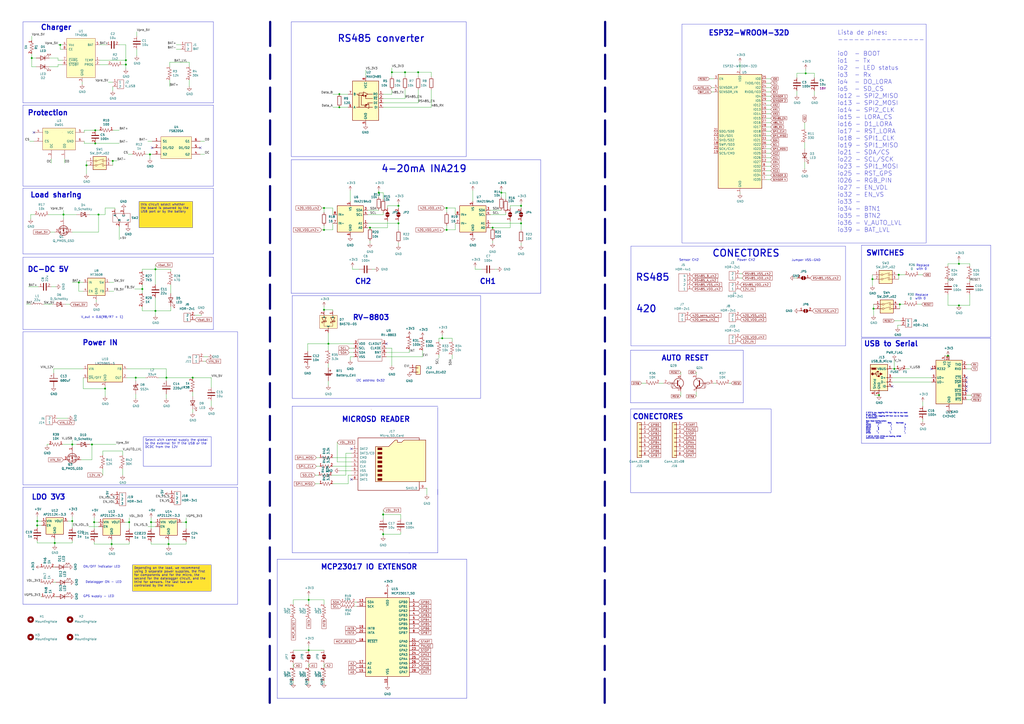
<source format=kicad_sch>
(kicad_sch (version 20231120) (generator "eeschema") (generator_version "8.0")
  (paper "A2")
  (junction (at 87.63 302.895))
  (junction (at 90.17 180.34))
  (junction (at 64.77 315.595))
  (junction (at 259.08 133.35))
  (junction (at 73.025 37.465))
  (junction (at 187.96 120.65))
  (junction (at 222.25 309.88))
  (junction (at 86.995 89.535))
  (junction (at 57.15 124.46))
  (junction (at 50.165 95.885))
  (junction (at 506.095 161.925))
  (junction (at 196.85 54.61))
  (junction (at 60.96 225.425))
  (junction (at 256.54 196.215))
  (junction (at 97.79 315.595))
  (junction (at 290.83 111.76))
  (junction (at 190.5 199.39))
  (junction (at 302.26 129.54))
  (junction (at 65.405 93.345))
  (junction (at 179.07 377.19))
  (junction (at 31.75 314.96))
  (junction (at 78.74 219.075))
  (junction (at 302.26 119.38))
  (junction (at 242.57 41.91))
  (junction (at 234.95 41.91))
  (junction (at 74.93 302.895))
  (junction (at 55.245 75.565))
  (junction (at 18.415 33.655))
  (junction (at 41.91 257.81))
  (junction (at 179.07 347.98))
  (junction (at 231.14 129.54))
  (junction (at 36.83 124.46))
  (junction (at 96.52 219.075))
  (junction (at 34.925 26.035))
  (junction (at 21.59 304.8))
  (junction (at 187.96 179.705))
  (junction (at 21.59 302.26))
  (junction (at 41.91 302.26))
  (junction (at 90.17 156.21))
  (junction (at 187.96 133.35))
  (junction (at 73.025 34.925))
  (junction (at 219.71 111.76))
  (junction (at 222.25 298.45))
  (junction (at 53.34 257.81))
  (junction (at 214.63 132.08))
  (junction (at 111.76 219.075))
  (junction (at 82.55 167.64))
  (junction (at 55.245 83.185))
  (junction (at 54.61 302.895))
  (junction (at 556.26 177.165))
  (junction (at 45.72 163.83))
  (junction (at 509.905 229.235))
  (junction (at 518.795 213.995))
  (junction (at 521.335 159.385))
  (junction (at 231.14 119.38))
  (junction (at 227.33 41.91))
  (junction (at 285.75 132.08))
  (junction (at 467.36 42.545))
  (junction (at 506.73 179.07))
  (junction (at 556.26 153.035))
  (junction (at 259.08 120.65))
  (junction (at 196.85 62.23))
  (junction (at 549.91 206.375))
  (junction (at 521.97 176.53))
  (junction (at 107.95 302.895))
  (no_connect (at 88.265 85.725))
  (no_connect (at 224.155 199.39))
  (no_connect (at 517.525 224.155))
  (no_connect (at 203.835 278.13))
  (no_connect (at 116.205 85.725))
  (no_connect (at 540.385 213.995))
  (no_connect (at 560.705 224.155))
  (no_connect (at 203.835 260.35))
  (no_connect (at 560.705 219.075))
  (no_connect (at 560.705 226.695))
  (no_connect (at 560.705 221.615))
  (no_connect (at 19.685 76.835))
  (wire (pts (xy 96.52 213.995) (xy 96.52 219.075)))
  (wire (pts (xy 506.73 176.53) (xy 506.73 179.07)))
  (wire (pts (xy 213.36 129.54) (xy 231.14 129.54)))
  (wire (pts (xy 562.61 153.035) (xy 556.26 153.035)))
  (wire (pts (xy 227.33 39.37) (xy 227.33 41.91)))
  (wire (pts (xy 41.91 257.81) (xy 41.91 255.27)))
  (wire (pts (xy 87.63 302.895) (xy 90.17 302.895)))
  (wire (pts (xy 183.515 270.51) (xy 185.42 270.51)))
  (wire (pts (xy 462.28 42.545) (xy 467.36 42.545)))
  (wire (pts (xy 285.75 132.08) (xy 295.91 132.08)))
  (wire (pts (xy 245.11 207.01) (xy 245.11 203.2)))
  (wire (pts (xy 466.725 71.12) (xy 466.725 74.93)))
  (wire (pts (xy 31.75 328.93) (xy 31.115 328.93)))
  (wire (pts (xy 190.5 199.39) (xy 178.435 199.39)))
  (wire (pts (xy 203.2 110.49) (xy 203.2 116.84)))
  (polyline (pts (xy 351.028 12.7) (xy 350.774 408.178)) (stroke (width 1.27) (type dash) (color 0 0 125 1)))
  (polyline (pts (xy 123.825 149.225) (xy 123.825 191.135)))
  (wire (pts (xy 25.4 176.53) (xy 30.48 176.53)))
  (wire (pts (xy 79.375 28.575) (xy 79.375 32.385)))
  (wire (pts (xy 41.91 299.72) (xy 41.91 302.26)))
  (wire (pts (xy 257.81 120.65) (xy 259.08 120.65)))
  (wire (pts (xy 372.11 222.25) (xy 374.65 222.25)))
  (wire (pts (xy 36.83 124.46) (xy 36.83 127)))
  (polyline (pts (xy 13.335 109.22) (xy 13.335 147.32)))
  (wire (pts (xy 116.205 81.915) (xy 118.745 81.915)))
  (wire (pts (xy 20.32 124.46) (xy 17.78 124.46)))
  (wire (pts (xy 254.635 196.215) (xy 256.54 196.215)))
  (polyline (pts (xy 13.335 12.7) (xy 123.825 12.7)))
  (wire (pts (xy 48.895 81.915) (xy 48.895 83.185)))
  (wire (pts (xy 28.575 257.81) (xy 27.305 257.81)))
  (wire (pts (xy 227.33 41.91) (xy 227.33 44.45)))
  (wire (pts (xy 444.5 76.2) (xy 447.04 76.2)))
  (wire (pts (xy 86.995 89.535) (xy 86.995 92.075)))
  (wire (pts (xy 204.47 156.21) (xy 208.28 156.21)))
  (polyline (pts (xy 431.165 203.2) (xy 431.165 233.68)))
  (polyline (pts (xy 431.165 233.68) (xy 365.76 233.68)))
  (wire (pts (xy 562.61 154.305) (xy 562.61 153.035)))
  (wire (pts (xy 179.07 374.65) (xy 179.07 377.19)))
  (wire (pts (xy 50.165 95.885) (xy 50.165 100.965)))
  (wire (pts (xy 48.895 76.835) (xy 48.895 75.565)))
  (wire (pts (xy 290.83 111.76) (xy 293.37 111.76)))
  (wire (pts (xy 74.93 300.355) (xy 74.93 302.895)))
  (wire (pts (xy 39.37 302.26) (xy 41.91 302.26)))
  (wire (pts (xy 222.25 309.88) (xy 232.41 309.88)))
  (wire (pts (xy 96.52 219.075) (xy 96.52 220.98)))
  (wire (pts (xy 227.33 201.93) (xy 227.33 212.09)))
  (wire (pts (xy 87.63 314.325) (xy 87.63 315.595)))
  (wire (pts (xy 187.96 179.705) (xy 193.04 179.705)))
  (polyline (pts (xy 574.675 142.24) (xy 574.675 195.58)))
  (wire (pts (xy 232.41 300.99) (xy 232.41 298.45)))
  (wire (pts (xy 33.02 242.57) (xy 39.37 242.57)))
  (wire (pts (xy 182.88 275.59) (xy 184.785 275.59)))
  (wire (pts (xy 222.25 298.45) (xy 232.41 298.45)))
  (wire (pts (xy 41.91 257.81) (xy 41.91 259.08)))
  (wire (pts (xy 45.72 168.91) (xy 48.26 168.91)))
  (wire (pts (xy 41.91 314.96) (xy 41.91 313.69)))
  (wire (pts (xy 444.5 101.6) (xy 447.04 101.6)))
  (wire (pts (xy 525.145 213.995) (xy 527.685 213.995)))
  (wire (pts (xy 73.66 219.075) (xy 78.74 219.075)))
  (wire (pts (xy 48.26 163.83) (xy 45.72 163.83)))
  (wire (pts (xy 403.86 217.17) (xy 403.86 215.9)))
  (wire (pts (xy 214.63 132.08) (xy 224.79 132.08)))
  (wire (pts (xy 518.795 186.055) (xy 522.605 186.055)))
  (wire (pts (xy 32.385 346.075) (xy 31.75 346.075)))
  (wire (pts (xy 118.11 207.01) (xy 120.65 207.01)))
  (wire (pts (xy 193.04 180.34) (xy 193.04 179.705)))
  (wire (pts (xy 411.48 45.72) (xy 414.02 45.72)))
  (wire (pts (xy 293.37 111.76) (xy 293.37 115.57)))
  (wire (pts (xy 73.025 34.925) (xy 73.025 37.465)))
  (wire (pts (xy 33.655 38.735) (xy 33.655 37.465)))
  (wire (pts (xy 45.72 163.83) (xy 45.72 168.91)))
  (wire (pts (xy 57.15 134.62) (xy 57.15 124.46)))
  (wire (pts (xy 518.795 213.995) (xy 518.795 208.915)))
  (wire (pts (xy 88.265 81.915) (xy 85.725 81.915)))
  (wire (pts (xy 170.18 347.98) (xy 179.07 347.98)))
  (wire (pts (xy 170.18 347.98) (xy 170.18 350.52)))
  (wire (pts (xy 201.93 275.59) (xy 201.93 280.67)))
  (wire (pts (xy 190.5 193.04) (xy 190.5 199.39)))
  (wire (pts (xy 535.305 243.205) (xy 535.305 244.475)))
  (wire (pts (xy 556.26 153.035) (xy 549.91 153.035)))
  (wire (pts (xy 231.14 118.11) (xy 231.14 119.38)))
  (wire (pts (xy 21.59 306.07) (xy 21.59 304.8)))
  (polyline (pts (xy 168.91 92.71) (xy 168.91 170.18)))
  (wire (pts (xy 187.96 177.8) (xy 187.96 179.705)))
  (wire (pts (xy 444.5 81.28) (xy 447.04 81.28)))
  (wire (pts (xy 179.07 347.98) (xy 187.96 347.98)))
  (wire (pts (xy 90.17 172.72) (xy 90.17 180.34)))
  (wire (pts (xy 17.78 176.53) (xy 15.24 176.53)))
  (wire (pts (xy 466.725 82.55) (xy 466.725 86.36)))
  (polyline (pts (xy 123.825 12.7) (xy 123.825 59.69)))
  (wire (pts (xy 182.88 280.67) (xy 185.42 280.67)))
  (wire (pts (xy 227.33 41.91) (xy 234.95 41.91)))
  (wire (pts (xy 506.095 161.925) (xy 506.095 165.735)))
  (wire (pts (xy 222.25 309.88) (xy 222.25 311.15)))
  (wire (pts (xy 109.855 38.735) (xy 109.855 36.195)))
  (wire (pts (xy 562.61 163.195) (xy 562.61 161.925)))
  (polyline (pts (xy 313.69 170.18) (xy 168.91 170.18)))
  (wire (pts (xy 275.59 156.21) (xy 279.4 156.21)))
  (wire (pts (xy 224.155 207.01) (xy 245.11 207.01)))
  (wire (pts (xy 525.145 159.385) (xy 521.335 159.385)))
  (wire (pts (xy 205.74 351.79) (xy 207.01 351.79)))
  (wire (pts (xy 222.25 57.15) (xy 234.95 57.15)))
  (polyline (pts (xy 499.745 195.58) (xy 499.745 142.24)))
  (wire (pts (xy 55.245 83.185) (xy 69.215 83.185)))
  (wire (pts (xy 190.5 223.52) (xy 190.5 220.98)))
  (wire (pts (xy 472.44 52.705) (xy 472.44 55.245)))
  (wire (pts (xy 187.96 120.65) (xy 193.04 120.65)))
  (wire (pts (xy 41.91 134.62) (xy 57.15 134.62)))
  (polyline (pts (xy 156.718 12.7) (xy 156.464 407.67)) (stroke (width 1.27) (type dash) (color 0 0 125 1)))
  (wire (pts (xy 179.07 387.35) (xy 179.07 384.81)))
  (wire (pts (xy 444.5 68.58) (xy 447.04 68.58)))
  (wire (pts (xy 259.08 133.35) (xy 259.08 130.81)))
  (wire (pts (xy 222.25 123.19) (xy 222.25 124.46)))
  (polyline (pts (xy 13.335 350.52) (xy 15.24 350.52)))
  (polyline (pts (xy 13.335 149.225) (xy 13.335 191.135)))
  (wire (pts (xy 109.855 36.195) (xy 98.425 36.195)))
  (wire (pts (xy 254.635 207.645) (xy 254.635 205.74)))
  (wire (pts (xy 231.14 128.27) (xy 231.14 129.54)))
  (wire (pts (xy 521.97 176.53) (xy 521.97 179.07)))
  (wire (pts (xy 60.96 124.46) (xy 57.15 124.46)))
  (wire (pts (xy 467.36 42.545) (xy 467.36 40.005)))
  (wire (pts (xy 21.59 302.26) (xy 21.59 299.72)))
  (wire (pts (xy 295.91 128.27) (xy 295.91 132.08)))
  (wire (pts (xy 302.26 142.24) (xy 302.26 140.97)))
  (wire (pts (xy 54.61 314.325) (xy 54.61 315.595)))
  (wire (pts (xy 187.96 120.65) (xy 187.96 123.19)))
  (wire (pts (xy 237.49 204.47) (xy 237.49 202.565)))
  (wire (pts (xy 444.5 78.74) (xy 447.04 78.74)))
  (polyline (pts (xy 123.825 60.96) (xy 123.825 107.95)))
  (wire (pts (xy 31.115 213.995) (xy 31.115 216.535)))
  (wire (pts (xy 295.91 120.65) (xy 295.91 119.38)))
  (wire (pts (xy 31.75 314.96) (xy 41.91 314.96)))
  (wire (pts (xy 227.33 52.07) (xy 227.33 54.61)))
  (wire (pts (xy 122.555 224.79) (xy 122.555 219.075)))
  (wire (pts (xy 549.91 177.165) (xy 556.26 177.165)))
  (wire (pts (xy 51.435 305.435) (xy 57.15 305.435)))
  (wire (pts (xy 222.25 54.61) (xy 227.33 54.61)))
  (wire (pts (xy 196.85 62.23) (xy 201.93 62.23)))
  (wire (pts (xy 71.12 275.59) (xy 71.12 271.78)))
  (wire (pts (xy 57.15 124.46) (xy 52.07 124.46)))
  (wire (pts (xy 97.79 313.055) (xy 97.79 315.595)))
  (wire (pts (xy 200.66 262.89) (xy 200.66 275.59)))
  (wire (pts (xy 60.96 120.65) (xy 66.675 120.65)))
  (wire (pts (xy 290.83 110.49) (xy 290.83 111.76)))
  (wire (pts (xy 59.69 261.62) (xy 59.69 264.16)))
  (polyline (pts (xy 137.795 350.52) (xy 137.795 282.575)))
  (wire (pts (xy 444.5 66.04) (xy 447.04 66.04)))
  (wire (pts (xy 232.41 308.61) (xy 232.41 309.88)))
  (wire (pts (xy 186.69 133.35) (xy 187.96 133.35)))
  (wire (pts (xy 203.2 207.01) (xy 205.105 207.01)))
  (wire (pts (xy 73.025 26.035) (xy 73.025 34.925)))
  (wire (pts (xy 202.565 201.93) (xy 205.105 201.93)))
  (wire (pts (xy 264.16 133.35) (xy 264.16 129.54)))
  (wire (pts (xy 302.26 129.54) (xy 302.26 133.35)))
  (wire (pts (xy 262.255 196.215) (xy 256.54 196.215)))
  (wire (pts (xy 170.18 396.24) (xy 170.18 394.97)))
  (wire (pts (xy 234.95 41.91) (xy 242.57 41.91)))
  (wire (pts (xy 46.99 266.7) (xy 53.34 266.7)))
  (wire (pts (xy 472.44 42.545) (xy 472.44 45.085)))
  (wire (pts (xy 99.06 156.21) (xy 99.06 157.48)))
  (wire (pts (xy 195.58 267.97) (xy 203.835 267.97)))
  (wire (pts (xy 222.25 62.23) (xy 250.19 62.23)))
  (wire (pts (xy 414.02 50.8) (xy 412.75 50.8)))
  (wire (pts (xy 287.02 156.21) (xy 288.29 156.21)))
  (wire (pts (xy 461.01 161.29) (xy 462.28 161.29)))
  (wire (pts (xy 250.19 62.23) (xy 250.19 52.07)))
  (wire (pts (xy 36.83 124.46) (xy 36.83 121.92)))
  (wire (pts (xy 64.77 316.865) (xy 64.77 315.595)))
  (wire (pts (xy 444.5 83.82) (xy 447.04 83.82)))
  (wire (pts (xy 254.635 198.12) (xy 254.635 196.215)))
  (wire (pts (xy 520.7 188.595) (xy 520.7 189.865)))
  (wire (pts (xy 202.565 204.47) (xy 205.105 204.47)))
  (wire (pts (xy 444.5 96.52) (xy 447.04 96.52)))
  (wire (pts (xy 63.5 168.91) (xy 66.04 168.91)))
  (polyline (pts (xy 13.335 59.69) (xy 13.335 12.7)))
  (wire (pts (xy 54.61 302.895) (xy 57.15 302.895)))
  (polyline (pts (xy 237.49 321.31) (xy 237.49 321.31)))
  (wire (pts (xy 21.59 302.26) (xy 24.13 302.26)))
  (wire (pts (xy 562.61 177.165) (xy 562.61 170.815)))
  (wire (pts (xy 36.195 26.035) (xy 34.925 26.035)))
  (wire (pts (xy 242.57 41.91) (xy 242.57 44.45)))
  (wire (pts (xy 414.02 53.34) (xy 412.75 53.34)))
  (wire (pts (xy 122.555 219.075) (xy 111.76 219.075)))
  (wire (pts (xy 205.74 349.25) (xy 207.01 349.25)))
  (wire (pts (xy 28.575 33.655) (xy 33.655 33.655)))
  (wire (pts (xy 170.18 377.19) (xy 179.07 377.19)))
  (wire (pts (xy 302.26 118.11) (xy 302.26 119.38)))
  (wire (pts (xy 462.28 45.085) (xy 462.28 42.545)))
  (wire (pts (xy 222.25 308.61) (xy 222.25 309.88)))
  (wire (pts (xy 65.405 75.565) (xy 69.215 75.565)))
  (wire (pts (xy 507.365 229.235) (xy 509.905 229.235)))
  (wire (pts (xy 104.775 26.035) (xy 102.235 26.035)))
  (wire (pts (xy 429.26 161.29) (xy 430.53 161.29)))
  (wire (pts (xy 190.5 199.39) (xy 190.5 203.2)))
  (wire (pts (xy 57.785 34.925) (xy 73.025 34.925)))
  (wire (pts (xy 467.36 42.545) (xy 472.44 42.545)))
  (wire (pts (xy 65.405 93.345) (xy 67.945 93.345)))
  (wire (pts (xy 33.655 37.465) (xy 36.195 37.465)))
  (wire (pts (xy 111.76 227.33) (xy 111.76 229.87)))
  (wire (pts (xy 429.26 158.75) (xy 430.53 158.75)))
  (wire (pts (xy 107.95 315.595) (xy 107.95 314.325)))
  (wire (pts (xy 224.155 204.47) (xy 237.49 204.47)))
  (wire (pts (xy 82.55 156.21) (xy 90.17 156.21)))
  (polyline (pts (xy 574.675 195.58) (xy 499.745 195.58)))
  (wire (pts (xy 224.79 119.38) (xy 231.14 119.38)))
  (polyline (pts (xy 13.335 147.32) (xy 123.825 147.32)))
  (polyline (pts (xy 499.745 196.215) (xy 574.675 196.215)))
  (wire (pts (xy 74.93 302.895) (xy 74.93 306.705)))
  (wire (pts (xy 444.5 71.12) (xy 447.04 71.12)))
  (polyline (pts (xy 254 320.675) (xy 254 283.845)))
  (wire (pts (xy 59.69 271.78) (xy 59.69 275.59)))
  (wire (pts (xy 55.88 173.99) (xy 55.88 175.26)))
  (wire (pts (xy 274.32 110.49) (xy 274.32 116.84)))
  (wire (pts (xy 193.04 62.23) (xy 196.85 62.23)))
  (wire (pts (xy 560.705 229.235) (xy 563.372 229.235)))
  (wire (pts (xy 107.95 302.895) (xy 107.95 306.705)))
  (wire (pts (xy 82.55 156.21) (xy 82.55 157.48)))
  (wire (pts (xy 517.525 221.615) (xy 540.385 221.615)))
  (wire (pts (xy 74.93 315.595) (xy 74.93 314.325)))
  (wire (pts (xy 262.255 205.74) (xy 262.255 208.28)))
  (wire (pts (xy 242.57 59.69) (xy 242.57 52.07)))
  (wire (pts (xy 231.14 119.38) (xy 231.14 120.65)))
  (wire (pts (xy 213.36 124.46) (xy 222.25 124.46)))
  (polyline (pts (xy 13.335 149.225) (xy 123.825 149.225)))
  (wire (pts (xy 556.26 151.13) (xy 556.26 153.035)))
  (wire (pts (xy 21.59 313.69) (xy 21.59 314.96)))
  (wire (pts (xy 247.65 283.21) (xy 247.65 287.02)))
  (polyline (pts (xy 499.745 142.24) (xy 574.675 142.24)))
  (wire (pts (xy 111.76 239.395) (xy 111.76 237.49)))
  (wire (pts (xy 444.5 53.34) (xy 447.04 53.34)))
  (wire (pts (xy 41.91 302.26) (xy 41.91 306.07)))
  (wire (pts (xy 18.415 33.655) (xy 20.955 33.655)))
  (polyline (pts (xy 13.335 109.22) (xy 123.825 109.22)))
  (polyline (pts (xy 15.24 350.52) (xy 137.795 350.52)))
  (wire (pts (xy 96.52 231.14) (xy 96.52 228.6)))
  (wire (pts (xy 231.14 129.54) (xy 231.14 133.35)))
  (wire (pts (xy 550.545 206.375) (xy 549.91 206.375)))
  (wire (pts (xy 82.55 180.34) (xy 90.17 180.34)))
  (polyline (pts (xy 237.49 320.675) (xy 254 320.675)))
  (wire (pts (xy 65.405 93.345) (xy 65.405 95.885)))
  (wire (pts (xy 382.27 222.25) (xy 384.81 222.25)))
  (wire (pts (xy 415.29 222.25) (xy 414.02 222.25)))
  (wire (pts (xy 16.51 166.37) (xy 22.225 166.37)))
  (wire (pts (xy 187.96 133.35) (xy 187.96 130.81)))
  (polyline (pts (xy 313.69 92.71) (xy 313.69 170.18)))
  (wire (pts (xy 45.72 163.83) (xy 41.91 163.83)))
  (wire (pts (xy 522.605 188.595) (xy 520.7 188.595)))
  (wire (pts (xy 444.5 63.5) (xy 447.04 63.5)))
  (wire (pts (xy 222.25 295.91) (xy 222.25 298.45)))
  (wire (pts (xy 48.895 75.565) (xy 55.245 75.565)))
  (wire (pts (xy 444.5 58.42) (xy 447.04 58.42)))
  (polyline (pts (xy 123.825 107.95) (xy 13.335 107.95)))
  (wire (pts (xy 203.2 208.915) (xy 203.2 207.01)))
  (wire (pts (xy 264.16 120.65) (xy 264.16 124.46)))
  (wire (pts (xy 90.17 156.21) (xy 99.06 156.21)))
  (wire (pts (xy 213.36 132.08) (xy 214.63 132.08)))
  (wire (pts (xy 224.155 201.93) (xy 227.33 201.93)))
  (wire (pts (xy 444.5 55.88) (xy 447.04 55.88)))
  (wire (pts (xy 48.26 225.425) (xy 60.96 225.425)))
  (wire (pts (xy 193.04 120.65) (xy 193.04 124.46)))
  (wire (pts (xy 21.59 314.96) (xy 31.75 314.96)))
  (wire (pts (xy 222.25 59.69) (xy 242.57 59.69)))
  (wire (pts (xy 99.06 170.18) (xy 99.06 165.1)))
  (wire (pts (xy 219.71 110.49) (xy 219.71 111.76)))
  (wire (pts (xy 549.91 163.195) (xy 549.91 161.925)))
  (wire (pts (xy 262.255 196.215) (xy 262.255 198.12)))
  (wire (pts (xy 178.435 199.39) (xy 178.435 203.835)))
  (wire (pts (xy 462.28 52.705) (xy 462.28 55.245)))
  (wire (pts (xy 85.725 305.435) (xy 90.17 305.435)))
  (wire (pts (xy 65.405 50.165) (xy 65.405 52.705)))
  (wire (pts (xy 403.86 227.33) (xy 403.86 229.87)))
  (wire (pts (xy 556.26 177.165) (xy 562.61 177.165)))
  (wire (pts (xy 193.04 270.51) (xy 203.835 270.51)))
  (wire (pts (xy 24.13 304.8) (xy 21.59 304.8)))
  (wire (pts (xy 284.48 124.46) (xy 293.37 124.46)))
  (wire (pts (xy 213.36 121.92) (xy 219.71 121.92)))
  (polyline (pts (xy 254 236.22) (xy 254 287.02)))
  (polyline (pts (xy 123.825 191.135) (xy 13.335 191.135)))
  (wire (pts (xy 116.84 182.88) (xy 113.03 182.88)))
  (wire (pts (xy 179.07 345.44) (xy 179.07 347.98)))
  (wire (pts (xy 187.96 179.705) (xy 187.96 180.34)))
  (wire (pts (xy 444.5 73.66) (xy 447.04 73.66)))
  (wire (pts (xy 466.725 93.98) (xy 466.725 97.79)))
  (wire (pts (xy 78.74 219.075) (xy 84.455 219.075)))
  (wire (pts (xy 55.245 75.565) (xy 57.785 75.565)))
  (wire (pts (xy 54.61 302.895) (xy 54.61 300.355)))
  (wire (pts (xy 82.55 177.8) (xy 82.55 180.34)))
  (wire (pts (xy 47.625 47.625) (xy 47.625 48.895)))
  (wire (pts (xy 196.85 273.05) (xy 203.835 273.05)))
  (wire (pts (xy 231.14 142.24) (xy 231.14 140.97)))
  (wire (pts (xy 28.575 38.735) (xy 33.655 38.735)))
  (wire (pts (xy 19.685 81.915) (xy 17.145 81.915)))
  (polyline (pts (xy 499.745 257.175) (xy 499.745 196.215)))
  (wire (pts (xy 193.04 54.61) (xy 196.85 54.61)))
  (polyline (pts (xy 13.335 282.575) (xy 13.335 350.52)))
  (wire (pts (xy 73.66 213.995) (xy 96.52 213.995)))
  (wire (pts (xy 98.425 36.195) (xy 98.425 38.735)))
  (polyline (pts (xy 168.91 92.71) (xy 313.69 92.71)))
  (wire (pts (xy 105.41 302.895) (xy 107.95 302.895)))
  (wire (pts (xy 38.1 176.53) (xy 40.64 176.53)))
  (polyline (pts (xy 574.675 196.215) (xy 574.675 257.175)))
  (wire (pts (xy 549.91 170.815) (xy 549.91 177.165)))
  (wire (pts (xy 54.61 315.595) (xy 64.77 315.595)))
  (wire (pts (xy 87.63 302.895) (xy 87.63 306.705)))
  (wire (pts (xy 78.105 167.64) (xy 82.55 167.64)))
  (wire (pts (xy 204.47 154.94) (xy 204.47 156.21)))
  (wire (pts (xy 222.25 298.45) (xy 222.25 300.99)))
  (wire (pts (xy 72.39 302.895) (xy 74.93 302.895)))
  (wire (pts (xy 302.26 119.38) (xy 302.26 120.65)))
  (polyline (pts (xy 365.76 233.68) (xy 365.76 203.2)))
  (wire (pts (xy 186.69 120.65) (xy 187.96 120.65)))
  (wire (pts (xy 444.5 91.44) (xy 447.04 91.44)))
  (wire (pts (xy 78.74 228.6) (xy 78.74 231.14)))
  (wire (pts (xy 122.555 232.41) (xy 122.555 235.585)))
  (wire (pts (xy 48.26 219.075) (xy 48.26 225.425)))
  (wire (pts (xy 444.5 93.98) (xy 447.04 93.98)))
  (wire (pts (xy 560.705 213.995) (xy 563.245 213.995)))
  (wire (pts (xy 18.415 33.655) (xy 18.415 38.735)))
  (wire (pts (xy 302.26 128.27) (xy 302.26 129.54)))
  (wire (pts (xy 53.34 257.81) (xy 52.07 257.81)))
  (wire (pts (xy 444.5 99.06) (xy 447.04 99.06)))
  (wire (pts (xy 48.26 213.995) (xy 31.115 213.995)))
  (wire (pts (xy 193.04 133.35) (xy 193.04 129.54)))
  (wire (pts (xy 33.655 34.925) (xy 36.195 34.925)))
  (wire (pts (xy 532.765 159.385) (xy 535.305 159.385)))
  (wire (pts (xy 224.79 120.65) (xy 224.79 119.38)))
  (wire (pts (xy 60.96 229.87) (xy 60.96 225.425)))
  (wire (pts (xy 429.26 40.64) (xy 429.26 36.195)))
  (wire (pts (xy 104.775 28.575) (xy 102.235 28.575)))
  (wire (pts (xy 444.5 60.96) (xy 447.04 60.96)))
  (wire (pts (xy 71.12 261.62) (xy 59.69 261.62)))
  (wire (pts (xy 215.9 156.21) (xy 217.17 156.21)))
  (wire (pts (xy 50.165 93.345) (xy 50.165 95.885)))
  (wire (pts (xy 187.96 133.35) (xy 193.04 133.35)))
  (wire (pts (xy 179.07 396.24) (xy 179.07 394.97)))
  (wire (pts (xy 444.5 48.26) (xy 447.04 48.26)))
  (wire (pts (xy 187.96 387.35) (xy 187.96 384.81)))
  (wire (pts (xy 82.55 165.1) (xy 82.55 167.64)))
  (wire (pts (xy 90.17 156.21) (xy 90.17 165.1)))
  (wire (pts (xy 250.19 44.45) (xy 250.19 41.91)))
  (polyline (pts (xy 123.825 109.22) (xy 123.825 147.32)))
  (wire (pts (xy 518.795 213.995) (xy 520.065 213.995)))
  (polyline (pts (xy 169.545 320.675) (xy 169.545 235.585)))
  (wire (pts (xy 234.95 41.91) (xy 234.95 44.45)))
  (wire (pts (xy 109.855 50.165) (xy 109.855 46.355)))
  (wire (pts (xy 444.5 104.14) (xy 447.04 104.14)))
  (polyline (pts (xy 13.335 107.95) (xy 13.335 60.96)))
  (wire (pts (xy 422.91 222.25) (xy 424.18 222.25)))
  (wire (pts (xy 444.5 45.72) (xy 447.04 45.72)))
  (wire (pts (xy 18.415 38.735) (xy 20.955 38.735)))
  (wire (pts (xy 87.63 315.595) (xy 97.79 315.595)))
  (wire (pts (xy 224.79 128.27) (xy 224.79 132.08)))
  (wire (pts (xy 97.79 315.595) (xy 107.95 315.595)))
  (wire (pts (xy 219.71 114.3) (xy 219.71 111.76)))
  (wire (pts (xy 532.13 176.53) (xy 534.67 176.53)))
  (polyline (pts (xy 169.545 320.675) (xy 237.49 320.675)))
  (wire (pts (xy 27.305 257.81) (xy 27.305 258.445)))
  (wire (pts (xy 193.04 280.67) (xy 201.93 280.67)))
  (wire (pts (xy 73.025 37.465) (xy 73.025 40.005)))
  (wire (pts (xy 37.465 92.075) (xy 37.465 94.615)))
  (wire (pts (xy 524.51 176.53) (xy 521.97 176.53)))
  (wire (pts (xy 34.925 26.035) (xy 33.655 26.035)))
  (wire (pts (xy 284.48 121.92) (xy 290.83 121.92)))
  (wire (pts (xy 285.75 140.97) (xy 285.75 139.7)))
  (wire (pts (xy 64.77 315.595) (xy 74.93 315.595)))
  (wire (pts (xy 31.75 312.42) (xy 31.75 314.96)))
  (wire (pts (xy 192.405 275.59) (xy 200.66 275.59)))
  (wire (pts (xy 560.705 231.775) (xy 563.245 231.775)))
  (wire (pts (xy 506.73 182.88) (xy 506.73 179.07)))
  (wire (pts (xy 21.59 304.8) (xy 21.59 302.26)))
  (wire (pts (xy 18.415 23.495) (xy 18.415 20.955)))
  (wire (pts (xy 234.95 57.15) (xy 234.95 52.07)))
  (wire (pts (xy 53.34 257.81) (xy 67.31 257.81)))
  (wire (pts (xy 99.06 180.34) (xy 90.17 180.34)))
  (wire (pts (xy 79.375 20.955) (xy 79.375 18.415)))
  (wire (pts (xy 200.66 262.89) (xy 203.835 262.89)))
  (wire (pts (xy 212.09 44.45) (xy 212.09 40.64)))
  (wire (pts (xy 107.95 300.355) (xy 107.95 302.895)))
  (wire (pts (xy 506.095 159.385) (xy 506.095 161.925)))
  (wire (pts (xy 219.71 111.76) (xy 222.25 111.76)))
  (wire (pts (xy 17.78 124.46) (xy 17.78 127)))
  (wire (pts (xy 60.96 225.425) (xy 60.96 224.155)))
  (wire (pts (xy 193.04 265.43) (xy 203.835 265.43)))
  (wire (pts (xy 535.305 235.585) (xy 535.305 233.045)))
  (wire (pts (xy 222.25 111.76) (xy 222.25 115.57)))
  (polyline (pts (xy 365.76 203.2) (xy 431.165 203.2)))
  (wire (pts (xy 259.08 120.65) (xy 264.16 120.65)))
  (wire (pts (xy 111.76 219.075) (xy 111.76 219.71)))
  (wire (pts (xy 78.74 219.075) (xy 78.74 220.98)))
  (wire (pts (xy 69.215 26.035) (xy 73.025 26.035)))
  (polyline (pts (xy 13.335 282.575) (xy 137.795 282.575)))
  (wire (pts (xy 90.17 153.67) (xy 90.17 156.21)))
  (wire (pts (xy 31.75 134.62) (xy 29.21 134.62)))
  (wire (pts (xy 187.96 396.24) (xy 187.96 394.97)))
  (wire (pts (xy 63.5 163.83) (xy 66.04 163.83)))
  (wire (pts (xy 179.07 377.19) (xy 187.96 377.19)))
  (polyline (pts (xy 123.825 59.69) (xy 13.335 59.69)))
  (wire (pts (xy 295.91 119.38) (xy 302.26 119.38)))
  (wire (pts (xy 429.26 111.76) (xy 429.26 112.395)))
  (wire (pts (xy 57.785 26.035) (xy 61.595 26.035)))
  (wire (pts (xy 214.63 140.97) (xy 214.63 139.7)))
  (polyline (pts (xy 169.545 235.585) (xy 254 235.585)))
  (wire (pts (xy 517.525 213.995) (xy 518.795 213.995)))
  (wire (pts (xy 53.34 266.7) (xy 53.34 257.81)))
  (polyline (pts (xy 13.335 60.96) (xy 123.825 60.96)))
  (wire (pts (xy 65.405 47.625) (xy 62.865 47.625)))
  (wire (pts (xy 36.83 124.46) (xy 27.94 124.46)))
  (wire (pts (xy 97.79 316.865) (xy 97.79 315.595)))
  (wire (pts (xy 64.77 313.055) (xy 64.77 315.595)))
  (wire (pts (xy 96.52 219.075) (xy 111.76 219.075)))
  (wire (pts (xy 170.18 387.35) (xy 170.18 384.81)))
  (wire (pts (xy 257.81 133.35) (xy 259.08 133.35)))
  (wire (pts (xy 36.195 28.575) (xy 34.925 28.575)))
  (wire (pts (xy 190.5 213.36) (xy 190.5 210.82)))
  (wire (pts (xy 48.895 83.185) (xy 55.245 83.185)))
  (wire (pts (xy 179.07 347.98) (xy 179.07 350.52)))
  (wire (pts (xy 66.675 120.65) (xy 66.675 121.285)))
  (wire (pts (xy 34.925 28.575) (xy 34.925 26.035)))
  (wire (pts (xy 444.5 86.36) (xy 447.04 86.36)))
  (wire (pts (xy 549.91 206.375) (xy 548.005 206.375)))
  (wire (pts (xy 394.97 217.17) (xy 394.97 215.9)))
  (wire (pts (xy 284.48 129.54) (xy 302.26 129.54)))
  (wire (pts (xy 444.5 88.9) (xy 447.04 88.9)))
  (wire (pts (xy 116.205 89.535) (xy 118.745 89.535)))
  (wire (pts (xy 18.415 31.115) (xy 18.415 33.655)))
  (wire (pts (xy 69.215 131.445) (xy 69.215 139.065)))
  (wire (pts (xy 259.08 133.35) (xy 264.16 133.35)))
  (wire (pts (xy 54.61 302.895) (xy 54.61 306.705)))
  (wire (pts (xy 247.015 283.21) (xy 247.65 283.21)))
  (wire (pts (xy 31.75 316.23) (xy 31.75 314.96)))
  (wire (pts (xy 86.995 89.535) (xy 88.265 89.535)))
  (wire (pts (xy 23.495 346.075) (xy 24.13 346.075)))
  (wire (pts (xy 90.17 180.34) (xy 90.17 182.88)))
  (wire (pts (xy 118.11 209.55) (xy 119.38 209.55)))
  (wire (pts (xy 394.97 227.33) (xy 394.97 229.87)))
  (wire (pts (xy 521.335 159.385) (xy 521.335 161.925)))
  (wire (pts (xy 41.91 257.81) (xy 36.195 257.81)))
  (wire (pts (xy 29.845 166.37) (xy 32.385 166.37)))
  (wire (pts (xy 32.385 337.82) (xy 31.115 337.82)))
  (wire (pts (xy 84.455 89.535) (xy 86.995 89.535)))
  (wire (pts (xy 71.12 264.16) (xy 71.12 261.62)))
  (wire (pts (xy 259.08 120.65) (xy 259.08 123.19)))
  (wire (pts (xy 44.45 124.46) (xy 36.83 124.46)))
  (wire (pts (xy 293.37 123.19) (xy 293.37 124.46)))
  (wire (pts (xy 87.63 302.895) (xy 87.63 300.355)))
  (wire (pts (xy 33.655 33.655) (xy 33.655 34.925)))
  (wire (pts (xy 99.06 177.8) (xy 99.06 180.34)))
  (wire (pts (xy 44.45 257.81) (xy 41.91 257.81)))
  (wire (pts (xy 275.59 154.94) (xy 275.59 156.21)))
  (wire (pts (xy 560.705 211.455) (xy 563.245 211.455)))
  (wire (pts (xy 256.54 194.31) (xy 256.54 196.215)))
  (wire (pts (xy 196.85 54.61) (xy 201.93 54.61)))
  (wire (pts (xy 517.525 219.075) (xy 540.385 219.075)))
  (wire (pts (xy 444.5 50.8) (xy 447.04 50.8)))
  (wire (pts (xy 195.58 256.54) (xy 195.58 267.97)))
  (wire (pts (xy 549.91 154.305) (xy 549.91 153.035)))
  (wire (pts (xy 76.835 89.535) (xy 74.295 89.535)))
  (wire (pts (xy 60.96 120.65) (xy 60.96 124.46)))
  (wire (pts (xy 70.485 37.465) (xy 73.025 37.465)))
  (wire (pts (xy 183.515 265.43) (xy 185.42 265.43)))
  (wire (pts (xy 187.96 347.98) (xy 187.96 350.52)))
  (wire (pts (xy 57.785 37.465) (xy 62.865 37.465)))
  (wire (pts (xy 29.845 92.075) (xy 29.845 94.615)))
  (wire (pts (xy 250.19 41.91) (xy 242.57 41.91)))
  (wire (pts (xy 98.425 46.355) (xy 98.425 50.165)))
  (wire (pts (xy 82.55 167.64) (xy 82.55 170.18)))
  (wire (pts (xy 290.83 114.3) (xy 290.83 111.76)))
  (wire (pts (xy 190.5 199.39) (xy 205.105 199.39)))
  (wire (pts (xy 203.835 275.59) (xy 201.93 275.59)))
  (wire (pts (xy 92.075 219.075) (xy 96.52 219.075)))
  (polyline (pts (xy 574.675 257.175) (xy 499.745 257.175)))
  (wire (pts (xy 284.48 132.08) (xy 285.75 132.08)))
  (rectangle (start 160.782 324.358) (end 270.764 405.13))
  (rectangle (start 168.91 12.7) (end 270.51 90.805))
  (rectangle (start 366.014 142.748) (end 490.474 200.66))
  (rectangle (start 365.76 237.236) (end 447.294 285.75))
  (rectangle (start 395.605 13.97) (end 537.21 140.97))
  (rectangle (start 13.335 192.405) (end 137.795 281.305))
  (rectangle (start 169.545 171.45) (end 278.765 231.14))
  (text_box "Select wich cannal supply the global to the external 5V if the USB or the DCDC from the 12V\n" (at 83.185 253.365 0) (size 39.37 17.145) (effects (font (size 1.27 1.27)) (justify left top)))
  (text_box "Depending on the load, we recommend using 3 separate power supplies. the first for components and for the micro, the second for the datalogger circuit, and the third for sensors. The last two are controlled by the micro" (at 76.835 327.66 0) (size 45.72 15.24) (fill (type color) (color 255 227 49 1)) (effects (font (size 1.27 1.27)) (justify left top)))
  (text_box "this circuit select whether the board is powered by the USB port or by the battery" (at 80.645 116.84 0) (size 31.115 15.24) (fill (type color) (color 255 227 49 1)) (effects (font (size 1.27 1.27)) (justify left top)))
  (text "420" (at 368.808 181.61 0) (effects (font (size 4 4) (thickness 0.5994) (bold yes)) (justify left bottom)))
  (text "Replace \nwith 0" (at 530.86 173.99 0) (effects (font (size 1.27 1.27)) (justify left bottom)))
  (text "Lista de pines:\n----------------\n\nio0  - BOOT\nio1  - Tx\nio2  - LED status\nio3  - Rx\nio4  - DO_LORA\nio5  - SD_CS\nio12 - SPI2_MISO\nio13 - SPI2_MOSI\nio14 - SPI2_CLK \nio15 - LORA_CS\nio16 - D1_LORA\nio17 - RST_LORA\nio18 - SPI1_CLK\nio19 - SPI1_MISO\nio21 - SDA/CS\nio22 - SCL/SCK\nio23 - SPI1_MOSI\nio25 - RST_GPS\ni026 - RGB_PIN\nio27 - EN_VDL\nio32 - EN_VS\nio33 - \nio34 - BTN1\nio35 - BTN2\nio36 - V_AUTO_LVL\nio39 - BAT_LVL\n\n" (at 485.775 139.065 0) (effects (font (size 2.54 2.54)) (justify left bottom)))
  (text "Power CH2" (at 427.482 151.638 0) (effects (font (size 1.27 1.27)) (justify left bottom)))
  (text "RS485 converter" (at 195.58 24.765 0) (effects (font (size 4 4) (thickness 0.5994) (bold yes)) (justify left bottom)))
  (text "MCP23017 IO EXTENSOR" (at 185.928 330.708 0) (effects (font (size 2.9972 2.9972) (thickness 0.5994) (bold yes)) (justify left bottom)))
  (text "4-20mA INA219" (at 220.98 100.33 0) (effects (font (size 4 4) (thickness 0.5994) (bold yes)) (justify left bottom)))
  (text "Charger" (at 23.495 17.78 0) (effects (font (size 2.9972 2.9972) (thickness 0.5994) (bold yes)) (justify left bottom)))
  (text "USB to Serial" (at 501.015 201.295 0) (effects (font (size 2.9972 2.9972) (thickness 0.5994) (bold yes)) (justify left bottom)))
  (text "Datalogger ON - LED" (at 49.53 338.455 0) (effects (font (size 1.27 1.27)) (justify left bottom)))
  (text "ESP32-WROOM-32D" (at 410.845 20.955 0) (effects (font (size 2.9972 2.9972) (thickness 0.5994) (bold yes)) (justify left bottom)))
  (text "Replace \nwith 0" (at 531.495 156.845 0) (effects (font (size 1.27 1.27)) (justify left bottom)))
  (text "DC-DC 5V" (at 40.005 158.115 0) (effects (font (size 2.9972 2.9972) (thickness 0.5994) (bold yes)) (justify right bottom)))
  (text "SWITCHES" (at 502.285 148.59 0) (effects (font (size 2.9972 2.9972) (thickness 0.5994) (bold yes)) (justify left bottom)))
  (text "CH1" (at 278.13 165.1 0) (effects (font (size 2.9972 2.9972) (thickness 0.5994) (bold yes)) (justify left bottom)))
  (text "MICROSD READER" (at 198.12 245.11 0) (effects (font (size 2.9972 2.9972) (thickness 0.5994) (bold yes)) (justify left bottom)))
  (text "Power IN" (at 68.58 200.66 0) (effects (font (size 2.9972 2.9972) (thickness 0.5994) (bold yes)) (justify right bottom)))
  (text "AUTO RESET" (at 383.54 209.55 0) (effects (font (size 2.9972 2.9972) (thickness 0.5994) (bold yes)) (justify left bottom)))
  (text "If DTR is Low, toggling RTS from High to Low reset\nto run mode.\nIf RTS is High, toggling DTR from Low to High reset\nto bootloader.\n\nBoot Mode Configuration:\nPin         Default        Boot      Download\nGPIO0         1               1                0\nU0TXD        1               1                x\nGPIO2         0               x                0\nGPIO4         0               x                x\nMTDO        1               x                 x\nGPIO5         1              1                 x\n\nIf U0TXD, GPIO2, GPIO5 are floating, GPIO0\ndetermines boot mode." (at 502.285 254.635 0) (effects (font (size 0.6096 0.6096)) (justify left bottom)))
  (text "Protection" (at 15.875 67.31 0) (effects (font (size 2.9972 2.9972) (thickness 0.5994) (bold yes)) (justify left bottom)))
  (text "Jumper VSS-GND" (at 459.105 151.765 0) (effects (font (size 1.27 1.27)) (justify left bottom)))
  (text "GPS supply - LED\n" (at 48.26 346.71 0) (effects (font (size 1.27 1.27)) (justify left bottom)))
  (text "Sensor CH2\n" (at 393.954 151.638 0) (effects (font (size 1.27 1.27)) (justify left bottom)))
  (text "LDO 3V3" (at 38.1 290.195 0) (effects (font (size 2.9972 2.9972) (thickness 0.5994) (bold yes)) (justify right bottom)))
  (text "RS485" (at 368.554 163.322 0) (effects (font (size 4 4) (thickness 0.5994) (bold yes)) (justify left bottom)))
  (text "ON/OFF indicator LED" (at 48.26 329.565 0) (effects (font (size 1.27 1.27)) (justify left bottom)))
  (text "CH2" (at 205.74 165.1 0) (effects (font (size 2.9972 2.9972) (thickness 0.5994) (bold yes)) (justify left bottom)))
  (text "I2C addres: 0x32" (at 206.375 221.615 0) (effects (font (size 1.27 1.27)) (justify left bottom)))
  (text "CONECTORES" (at 413.004 149.352 0) (effects (font (size 4 4) (thickness 0.5994) (bold yes)) (justify left bottom)))
  (text "V_out = 0.6(R8/R7 + 1)" (at 46.99 184.785 0) (effects (font (size 1.27 1.27)) (justify left bottom)))
  (text "CONECTORES\n" (at 366.776 243.586 0) (effects (font (size 2.9972 2.9972) (thickness 0.5994) (bold yes)) (justify left bottom)))
  (text "RV-8803" (at 204.47 186.055 0) (effects (font (size 3 3) (thickness 0.6) (bold yes)) (justify left bottom)))
  (text "Load sharing" (at 47.625 114.935 0) (effects (font (size 2.9972 2.9972) (thickness 0.5994) (bold yes)) (justify right bottom)))
  (label "OC" (at 118.745 89.535 0))
  (label "Vpre_5V" (at 79.375 18.415 0))
  (label "RS485_EN" (at 234.95 57.15 0))
  (label "FB_5V" (at 78.105 167.64 180))
  (label "CS" (at 17.145 81.915 180))
  (label "Vpre_5V" (at 67.31 257.81 0))
  (label "BAT-" (at 102.235 28.575 180))
  (label "SDA" (at 214.63 121.92 0))
  (label "VDL_3V3" (at 74.93 300.355 0))
  (label "Vpre_5V" (at 33.655 26.035 180))
  (label "+5V" (at 69.215 139.065 0))
  (label "BAT+" (at 41.91 163.83 0))
  (label "BAT+" (at 98.425 50.165 0))
  (label "V_AUTO_LVL" (at 71.12 261.62 0))
  (label "V_USB" (at 527.685 213.995 0))
  (label "VS_3V3" (at 212.09 40.64 0))
  (label "BAT+" (at 69.215 75.565 0))
  (label "RS485_EN" (at 242.57 59.69 0))
  (label "EN_VS_S" (at 85.725 305.435 180))
  (label "Data_B" (at 193.04 54.61 180))
  (label "EN_VDL" (at 66.675 292.1 180))
  (label "OD" (at 37.465 94.615 0))
  (label "OD" (at 118.745 81.915 0))
  (label "EN_VDL_S" (at 51.435 305.435 180))
  (label "EN_VS_S" (at 98.425 288.925 180))
  (label "Vpre_5V" (at 62.865 47.625 180))
  (label "BAT-" (at 69.215 83.185 0))
  (label "BAT+" (at 15.24 176.53 0))
  (label "CS" (at 74.295 89.535 180))
  (label "SW_5V" (at 25.4 176.53 0))
  (label "IO0" (at 549.91 163.195 0))
  (label "V_USB" (at 41.91 255.27 180))
  (label "SCL" (at 254.635 207.645 270))
  (label "EVI" (at 245.11 207.01 0))
  (label "SW_5V" (at 66.04 163.83 0))
  (label "VIN_5V" (at 122.555 219.075 0))
  (label "BAT-" (at 67.945 93.345 0))
  (label "BAT+" (at 102.235 26.035 180))
  (label "485_TX" (at 227.33 54.61 0))
  (label "VIN_12V" (at 31.115 213.995 180))
  (label "SCL" (at 214.63 124.46 0))
  (label "EN_VS" (at 98.425 291.465 180))
  (label "V_in" (at 518.795 210.185 0))
  (label "EN_VDL_S" (at 66.675 289.56 180))
  (label "EVI" (at 237.49 213.36 180))
  (label "INT" (at 237.49 204.47 0))
  (label "BAT+" (at 57.785 26.035 0))
  (label "SDA" (at 285.75 121.92 0))
  (label "BAT_LVL" (at 100.965 36.195 0))
  (label "BAT-" (at 85.725 81.915 180))
  (label "VDL_3V3" (at 23.495 337.82 180))
  (label "RESET" (at 562.61 163.195 0))
  (label "FB_5V" (at 66.04 168.91 0))
  (label "SDA" (at 262.255 208.28 270))
  (label "Vpre_5V" (at 18.415 20.955 0))
  (label "VGPS_3V3" (at 23.495 346.075 180))
  (label "Data_A" (at 193.04 62.23 180))
  (label "SCL" (at 285.75 124.46 0))
  (label "BAT+" (at 16.51 166.37 0))
  (label "485_RX" (at 250.19 62.23 0))
  (label "VGPS_3V3" (at 107.95 300.355 0))
  (label "VS_3V3" (at 227.33 39.37 0))
  (label "OC" (at 29.845 94.615 180))
  (label "Vpre_5V" (at 36.83 121.92 180))
  (global_label "485_TX" (shape input) (at 447.04 71.12 0) (effects (font (size 1 1))) (property "Intersheetrefs" "${INTERSHEET_REFS}" (effects (hide yes))))
  (global_label "Vbat_5V" (shape input) (at 40.64 176.53 0) (property "Intersheetrefs" "${INTERSHEET_REFS}" (effects (hide yes))))
  (global_label "IO0" (shape input) (at 447.04 45.72 0) (effects (font (size 1 1))) (property "Intersheetrefs" "${INTERSHEET_REFS}" (effects (hide yes))))
  (global_label "A0" (shape input) (at 170.18 386.08 0) (property "Intersheetrefs" "${INTERSHEET_REFS}" (effects (hide yes))))
  (global_label "RS485_B_ch2" (shape input) (at 401.32 160.02 0) (property "Intersheetrefs" "${INTERSHEET_REFS}" (effects (hide yes))))
  (global_label "RS485_VSS_ch2" (shape input) (at 430.53 158.75 0) (property "Intersheetrefs" "${INTERSHEET_REFS}" (effects (hide yes))))
  (global_label "VIN_5V" (shape input) (at 119.38 209.55 0) (property "Intersheetrefs" "${INTERSHEET_REFS}" (effects (hide yes))))
  (global_label "DTR#" (shape input) (at 372.11 222.25 180) (effects (font (size 1 1))) (property "Intersheetrefs" "${INTERSHEET_REFS}" (effects (hide yes))))
  (global_label "MCP_RESET" (shape input) (at 170.18 358.14 270) (property "Intersheetrefs" "${INTERSHEET_REFS}" (effects (hide yes))))
  (global_label "RST#" (shape input) (at 424.18 222.25 0) (effects (font (size 1 1))) (property "Intersheetrefs" "${INTERSHEET_REFS}" (effects (hide yes))))
  (global_label "Vbat_5V" (shape input) (at 29.21 134.62 180) (property "Intersheetrefs" "${INTERSHEET_REFS}" (effects (hide yes))))
  (global_label "KR3" (shape input) (at 447.04 66.04 0) (effects (font (size 1 1))) (property "Intersheetrefs" "${INTERSHEET_REFS}" (effects (hide yes))))
  (global_label "GPA6" (shape input) (at 396.24 261.62 0) (property "Intersheetrefs" "${INTERSHEET_REFS}" (effects (hide yes))))
  (global_label "420_VDD_ch2" (shape input) (at 429.26 185.42 0) (property "Intersheetrefs" "${INTERSHEET_REFS}" (effects (hide yes))))
  (global_label "SENSOR 1" (shape input) (at 447.04 55.88 0) (effects (font (size 1 1))) (property "Intersheetrefs" "${INTERSHEET_REFS}" (effects (hide yes))))
  (global_label "VIN_5V" (shape input) (at 36.83 266.7 180) (property "Intersheetrefs" "${INTERSHEET_REFS}" (effects (hide yes))))
  (global_label "12V_IN" (shape input) (at 59.69 275.59 180) (property "Intersheetrefs" "${INTERSHEET_REFS}" (effects (hide yes))))
  (global_label "KC2" (shape input) (at 447.04 88.9 0) (effects (font (size 1 1))) (property "Intersheetrefs" "${INTERSHEET_REFS}" (effects (hide yes))))
  (global_label "STOP" (shape input) (at 242.57 377.19 0) (property "Intersheetrefs" "${INTERSHEET_REFS}" (effects (hide yes))))
  (global_label "GPA6" (shape input) (at 242.57 387.35 0) (property "Intersheetrefs" "${INTERSHEET_REFS}" (effects (hide yes))))
  (global_label "INTB" (shape input) (at 207.01 364.49 180) (property "Intersheetrefs" "${INTERSHEET_REFS}" (effects (hide yes))))
  (global_label "GPA7" (shape input) (at 396.24 264.16 0) (property "Intersheetrefs" "${INTERSHEET_REFS}" (effects (hide yes))))
  (global_label "SCL" (shape input) (at 447.04 83.82 0) (effects (font (size 1 1))) (property "Intersheetrefs" "${INTERSHEET_REFS}" (effects (hide yes))))
  (global_label "485_RX" (shape input) (at 447.04 73.66 0) (effects (font (size 1 1))) (property "Intersheetrefs" "${INTERSHEET_REFS}" (effects (hide yes))))
  (global_label "RST#" (shape input) (at 394.97 229.87 180) (effects (font (size 1 1))) (property "Intersheetrefs" "${INTERSHEET_REFS}" (effects (hide yes))))
  (global_label "12V_IN" (shape input) (at 429.26 167.64 0) (property "Intersheetrefs" "${INTERSHEET_REFS}" (effects (hide yes))))
  (global_label "RS485_VDD_ch2" (shape input) (at 429.26 165.1 0) (property "Intersheetrefs" "${INTERSHEET_REFS}" (effects (hide yes))))
  (global_label "START" (shape input) (at 396.24 246.38 0) (property "Intersheetrefs" "${INTERSHEET_REFS}" (effects (hide yes))))
  (global_label "GPB2" (shape input) (at 375.92 251.46 0) (property "Intersheetrefs" "${INTERSHEET_REFS}" (effects (hide yes))))
  (global_label "SENSOR 3" (shape input) (at 447.04 101.6 0) (effects (font (size 1 1))) (property "Intersheetrefs" "${INTERSHEET_REFS}" (effects (hide yes))))
  (global_label "SPI1_MOSI" (shape input) (at 183.515 265.43 180) (property "Intersheetrefs" "${INTERSHEET_REFS}" (effects (hide yes))))
  (global_label "BAT_LVL" (shape input) (at 412.75 53.34 180) (effects (font (size 1 1))) (property "Intersheetrefs" "${INTERSHEET_REFS}" (effects (hide yes))))
  (global_label "SDA" (shape input) (at 447.04 81.28 0) (effects (font (size 1 1))) (property "Intersheetrefs" "${INTERSHEET_REFS}" (effects (hide yes))))
  (global_label "420_VSS_ch2" (shape input) (at 471.17 180.34 0) (property "Intersheetrefs" "${INTERSHEET_REFS}" (effects (hide yes))))
  (global_label "SENSOR 2" (shape input) (at 447.04 58.42 0) (effects (font (size 1 1))) (property "Intersheetrefs" "${INTERSHEET_REFS}" (effects (hide yes))))
  (global_label "RX" (shape input) (at 563.245 211.455 0) (effects (font (size 1 1))) (property "Intersheetrefs" "${INTERSHEET_REFS}" (effects (hide yes))))
  (global_label "MCP_RESET" (shape input) (at 207.01 372.11 180) (property "Intersheetrefs" "${INTERSHEET_REFS}" (effects (hide yes))))
  (global_label "420_VDD_ch1+" (shape input) (at 257.81 133.35 180) (property "Intersheetrefs" "${INTERSHEET_REFS}" (effects (hide yes))))
  (global_label "IO0" (shape input) (at 535.305 159.385 0) (effects (font (size 1 1))) (property "Intersheetrefs" "${INTERSHEET_REFS}" (effects (hide yes))))
  (global_label "GPB4" (shape input) (at 375.92 256.54 0) (property "Intersheetrefs" "${INTERSHEET_REFS}" (effects (hide yes))))
  (global_label "GPA4" (shape input) (at 242.57 382.27 0) (property "Intersheetrefs" "${INTERSHEET_REFS}" (effects (hide yes))))
  (global_label "START" (shape input) (at 242.57 372.11 0) (property "Intersheetrefs" "${INTERSHEET_REFS}" (effects (hide yes))))
  (global_label "DTR#" (shape input) (at 563.372 229.235 0) (effects (font (size 1 1))) (property "Intersheetrefs" "${INTERSHEET_REFS}" (effects (hide yes))))
  (global_label "SCL" (shape input) (at 202.565 201.93 180) (property "Intersheetrefs" "${INTERSHEET_REFS}" (effects (hide yes))))
  (global_label "KC1" (shape input) (at 447.04 91.44 0) (effects (font (size 1 1))) (property "Intersheetrefs" "${INTERSHEET_REFS}" (effects (hide yes))))
  (global_label "GPA7" (shape input) (at 242.57 389.89 0) (property "Intersheetrefs" "${INTERSHEET_REFS}" (effects (hide yes))))
  (global_label "RS485_EN" (shape input) (at 447.04 68.58 0) (effects (font (size 1 1))) (property "Intersheetrefs" "${INTERSHEET_REFS}" (effects (hide yes))))
  (global_label "PAUSE" (shape input) (at 242.57 374.65 0) (property "Intersheetrefs" "${INTERSHEET_REFS}" (effects (hide yes))))
  (global_label "Vbat_5V" (shape input) (at 113.03 185.42 0) (property "Intersheetrefs" "${INTERSHEET_REFS}" (effects (hide yes))))
  (global_label "A2" (shape input) (at 207.01 384.81 180) (property "Intersheetrefs" "${INTERSHEET_REFS}" (effects (hide yes))))
  (global_label "VDL_3V3" (shape input) (at 222.25 295.91 0) (property "Intersheetrefs" "${INTERSHEET_REFS}" (effects (hide yes))))
  (global_label "GPB5" (shape input) (at 242.57 361.95 0) (property "Intersheetrefs" "${INTERSHEET_REFS}" (effects (hide yes))))
  (global_label "A1" (shape input) (at 179.07 386.08 0) (property "Intersheetrefs" "${INTERSHEET_REFS}" (effects (hide yes))))
  (global_label "GPB0" (shape input) (at 375.92 246.38 0) (property "Intersheetrefs" "${INTERSHEET_REFS}" (effects (hide yes))))
  (global_label "GPA5" (shape input) (at 242.57 384.81 0) (property "Intersheetrefs" "${INTERSHEET_REFS}" (effects (hide yes))))
  (global_label "RS485_VDD_ch2" (shape input) (at 401.32 167.64 0) (property "Intersheetrefs" "${INTERSHEET_REFS}" (effects (hide yes))))
  (global_label "KC3" (shape input) (at 447.04 99.06 0) (effects (font (size 1 1))) (property "Intersheetrefs" "${INTERSHEET_REFS}" (effects (hide yes))))
  (global_label "GPA4" (shape input) (at 396.24 256.54 0) (property "Intersheetrefs" "${INTERSHEET_REFS}" (effects (hide yes))))
  (global_label "Vbat_5V" (shape input) (at 90.17 153.67 0) (property "Intersheetrefs" "${INTERSHEET_REFS}" (effects (hide yes))))
  (global_label "RST#" (shape input) (at 563.245 231.775 0) (effects (font (size 1 1))) (property "Intersheetrefs" "${INTERSHEET_REFS}" (effects (hide yes))))
  (global_label "420_VSS_ch2" (shape input) (at 429.26 182.88 0) (property "Intersheetrefs" "${INTERSHEET_REFS}" (effects (hide yes))))
  (global_label "GPB4" (shape input) (at 242.57 359.41 0) (property "Intersheetrefs" "${INTERSHEET_REFS}" (effects (hide yes))))
  (global_label "GPB6" (shape input) (at 375.92 261.62 0) (property "Intersheetrefs" "${INTERSHEET_REFS}" (effects (hide yes))))
  (global_label "IO2" (shape input) (at 447.04 50.8 0) (effects (font (size 1 1))) (property "Intersheetrefs" "${INTERSHEET_REFS}" (effects (hide yes))))
  (global_label "420_VDD_ch2" (shape input) (at 429.26 195.58 0) (property "Intersheetrefs" "${INTERSHEET_REFS}" (effects (hide yes))))
  (global_label "KC4" (shape input) (at 447.04 96.52 0) (effects (font (size 1 1))) (property "Intersheetrefs" "${INTERSHEET_REFS}" (effects (hide yes))))
  (global_label "12V_IN" (shape input) (at 429.26 198.12 0) (property "Intersheetrefs" "${INTERSHEET_REFS}" (effects (hide yes))))
  (global_label "GPA3" (shape input) (at 242.57 379.73 0) (property "Intersheetrefs" "${INTERSHEET_REFS}" (effects (hide yes))))
  (global_label "INTA" (shape input) (at 207.01 367.03 180) (property "Intersheetrefs" "${INTERSHEET_REFS}" (effects (hide yes))))
  (global_label "RS485_VSS_ch2" (shape input) (at 469.9 161.29 0) (property "Intersheetrefs" "${INTERSHEET_REFS}" (effects (hide yes))))
  (global_label "VDL_3V3" (shape input) (at 195.58 256.54 0) (property "Intersheetrefs" "${INTERSHEET_REFS}" (effects (hide yes))))
  (global_label "SENSOR 4" (shape input) (at 447.04 104.14 0) (effects (font (size 1 1))) (property "Intersheetrefs" "${INTERSHEET_REFS}" (effects (hide yes))))
  (global_label "GPB5" (shape input) (at 375.92 259.08 0) (property "Intersheetrefs" "${INTERSHEET_REFS}" (effects (hide yes))))
  (global_label "SDA" (shape input) (at 198.12 349.25 180) (property "Intersheetrefs" "${INTERSHEET_REFS}" (effects (hide yes))))
  (global_label "RESET" (shape input) (at 534.67 176.53 0) (effects (font (size 1 1))) (property "Intersheetrefs" "${INTERSHEET_REFS}" (effects (hide yes))))
  (global_label "SPI1_CLK" (shape input) (at 447.04 76.2 0) (effects (font (size 1 1))) (property "Intersheetrefs" "${INTERSHEET_REFS}" (effects (hide yes))))
  (global_label "A1" (shape input) (at 207.01 387.35 180) (property "Intersheetrefs" "${INTERSHEET_REFS}" (effects (hide yes))))
  (global_label "GPB3" (shape input) (at 375.92 254 0) (property "Intersheetrefs" "${INTERSHEET_REFS}" (effects (hide yes))))
  (global_label "KR2" (shape input) (at 447.04 60.96 0) (effects (font (size 1 1))) (property "Intersheetrefs" "${INTERSHEET_REFS}" (effects (hide yes))))
  (global_label "420_sens_ch2_+" (shape input) (at 400.05 182.88 0) (property "Intersheetrefs" "${INTERSHEET_REFS}" (effects (hide yes))))
  (global_label "SCL" (shape input) (at 198.12 351.79 180) (property "Intersheetrefs" "${INTERSHEET_REFS}" (effects (hide yes))))
  (global_label "GPB0" (shape input) (at 242.57 349.25 0) (property "Intersheetrefs" "${INTERSHEET_REFS}" (effects (hide yes))))
  (global_label "INTA" (shape input) (at 179.07 358.14 270) (property "Intersheetrefs" "${INTERSHEET_REFS}" (effects (hide yes))))
  (global_label "DTR#" (shape input) (at 403.86 229.87 180) (effects (font (size 1 1))) (property "Intersheetrefs" "${INTERSHEET_REFS}" (effects (hide yes))))
  (global_label "TX" (shape input) (at 563.245 213.995 0) (effects (font (size 1 1))) (property "Intersheetrefs" "${INTERSHEET_REFS}" (effects (hide yes))))
  (global_label "RS485_VSS_ch2" (shape input) (at 401.32 165.1 0) (property "Intersheetrefs" "${INTERSHEET_REFS}" (effects (hide yes))))
  (global_label "PAUSE" (shape input) (at 396.24 248.92 0) (property "Intersheetrefs" "${INTERSHEET_REFS}" (effects (hide yes))))
  (global_label "GPB7" (shape input) (at 375.92 264.16 0) (property "Intersheetrefs" "${INTERSHEET_REFS}" (effects (hide yes))))
  (global_label "GPA5" (shape input) (at 396.24 259.08 0) (property "Intersheetrefs" "${INTERSHEET_REFS}" (effects (hide yes))))
  (global_label "RX" (shape input) (at 447.04 53.34 0) (effects (font (size 1 1))) (property "Intersheetrefs" "${INTERSHEET_REFS}" (effects (hide yes))))
  (global_label "SD_CS" (shape input) (at 182.88 275.59 180) (property "Intersheetrefs" "${INTERSHEET_REFS}" (effects (hide yes))))
  (global_label "IO2" (shape input) (at 466.725 71.12 90) (effects (font (size 1 1))) (property "Intersheetrefs" "${INTERSHEET_REFS}" (effects (hide yes))))
  (global_label "RESET" (shape input) (at 411.48 45.72 180) (effects (font (size 1 1))) (property "Intersheetrefs" "${INTERSHEET_REFS}" (effects (hide yes))))
  (global_label "TX" (shape input) (at 447.04 48.26 0) (effects (font (size 1 1))) (property "Intersheetrefs" "${INTERSHEET_REFS}" (effects (hide yes))))
  (global_label "RESET" (shape input) (at 518.795 186.055 180) (effects (font (size 1 1))) (property "Intersheetrefs" "${INTERSHEET_REFS}" (effects (hide yes))))
  (global_label "RS485_A_ch2" (shape input) (at 401.32 162.56 0) (property "Intersheetrefs" "${INTERSHEET_REFS}" (effects (hide yes))))
  (global_label "GPB1" (shape input) (at 242.57 351.79 0) (property "Intersheetrefs" "${INTERSHEET_REFS}" (effects (hide yes))))
  (global_label "420_sens_ch2_" (shape input) (at 400.05 185.42 0) (property "Intersheetrefs" "${INTERSHEET_REFS}" (effects (hide yes))))
  (global_label "SPI1_MOSI" (shape input) (at 447.04 86.36 0) (effects (font (size 1 1))) (property "Intersheetrefs" "${INTERSHEET_REFS}" (effects (hide yes))))
  (global_label "VIN_12V" (shape input) (at 33.02 245.11 0) (property "Intersheetrefs" "${INTERSHEET_REFS}" (effects (hide yes))))
  (global_label "A2" (shape input) (at 187.96 386.08 0) (property "Intersheetrefs" "${INTERSHEET_REFS}" (effects (hide yes))))
  (global_label "SPI1_MISO" (shape input) (at 447.04 78.74 0) (effects (font (size 1 1))) (property "Intersheetrefs" "${INTERSHEET_REFS}" (effects (hide yes))))
  (global_label "STOP" (shape input) (at 396.24 251.46 0) (property "Intersheetrefs" "${INTERSHEET_REFS}" (effects (hide yes))))
  (global_label "KR4" (shape input) (at 447.04 93.98 0) (effects (font (size 1 1))) (property "Intersheetrefs" "${INTERSHEET_REFS}" (effects (hide yes))))
  (global_label "GPB6" (shape input) (at 242.57 364.49 0) (property "Intersheetrefs" "${INTERSHEET_REFS}" (effects (hide yes))))
  (global_label "GPB3" (shape input) (at 242.57 356.87 0) (property "Intersheetrefs" "${INTERSHEET_REFS}" (effects (hide yes))))
  (global_label "GPB1" (shape input) (at 375.92 248.92 0) (property "Intersheetrefs" "${INTERSHEET_REFS}" (effects (hide yes))))
  (global_label "420_VDD_ch2" (shape input) (at 186.69 120.65 180) (property "Intersheetrefs" "${INTERSHEET_REFS}" (effects (hide yes))))
  (global_label "SPI1_CLK" (shape input) (at 183.515 270.51 180) (property "Intersheetrefs" "${INTERSHEET_REFS}" (effects (hide yes))))
  (global_label "420_VDD_ch2+" (shape input) (at 186.69 133.35 180) (property "Intersheetrefs" "${INTERSHEET_REFS}" (effects (hide yes))))
  (global_label "A0" (shape input) (at 207.01 389.89 180) (property "Intersheetrefs" "${INTERSHEET_REFS}" (effects (hide yes))))
  (global_label "SDA" (shape input) (at 202.565 204.47 180) (property "Intersheetrefs" "${INTERSHEET_REFS}" (effects (hide yes))))
  (global_label "IO0" (shape input) (at 403.86 215.9 180) (effects (font (size 1 1))) (property "Intersheetrefs" "${INTERSHEET_REFS}" (effects (hide yes))))
  (global_label "RESET" (shape input) (at 394.97 215.9 180) (effects (font (size 1 1))) (property "Intersheetrefs" "${INTERSHEET_REFS}" (effects (hide yes))))
  (global_label "INTB" (shape input) (at 187.96 358.14 270) (property "Intersheetrefs" "${INTERSHEET_REFS}" (effects (hide yes))))
  (global_label "SPI1_MISO" (shape input) (at 182.88 280.67 180) (property "Intersheetrefs" "${INTERSHEET_REFS}" (effects (hide yes))))
  (global_label "GPB2" (shape input) (at 242.57 354.33 0) (property "Intersheetrefs" "${INTERSHEET_REFS}" (effects (hide yes))))
  (global_label "RS485_VDD_ch2" (shape input) (at 430.53 161.29 0) (property "Intersheetrefs" "${INTERSHEET_REFS}" (effects (hide yes))))
  (global_label "KR1" (shape input) (at 447.04 63.5 0) (effects (font (size 1 1))) (property "Intersheetrefs" "${INTERSHEET_REFS}" (effects (hide yes))))
  (global_label "420_VDD_ch1" (shape input) (at 257.81 120.65 180) (property "Intersheetrefs" "${INTERSHEET_REFS}" (effects (hide yes))))
  (global_label "GPA3" (shape input) (at 396.24 254 0) (property "Intersheetrefs" "${INTERSHEET_REFS}" (effects (hide yes))))
  (global_label "V_AUTO_LVL" (shape input) (at 412.75 50.8 180) (effects (font (size 1 1))) (property "Intersheetrefs" "${INTERSHEET_REFS}" (effects (hide yes))))
  (global_label "GPB7" (shape input) (at 242.57 367.03 0) (property "Intersheetrefs" "${INTERSHEET_REFS}" (effects (hide yes))))
  (symbol (lib_id "Device:Battery_Cell") (at 190.5 218.44 0) (unit 1)
    (property "Reference" "BT1" (at 194.945 215.1379 0) (effects (justify left)))
    (property "Value" "Battery_Cell" (at 194.945 217.6779 0) (effects (justify left)))
    (property "Footprint" "Battery:BatteryHolder_Keystone_3000_1x12mm" (effects (hide yes)))
  )
  (symbol (lib_id "power:GND") (at 535.305 244.475 0) (unit 1)
    (property "Reference" "#PWR066" (effects (hide yes)))
    (property "Value" "GND" (at 535.432 248.8692 0))
  )
  (symbol (lib_id "Jumper:SolderJumper_2_Open") (at 187.96 381 270) (unit 1)
    (property "Reference" "JP9" (at 184.15 381 0))
    (property "Value" "SolderJumper_2_Open" (effects (hide yes)))
    (property "Footprint" "Jumper:SolderJumper-2_P1.3mm_Open_RoundedPad1.0x1.5mm" (effects (hide yes)))
  )
  (symbol (lib_id "IoWLabsConnectors:HDR-3x1") (at 100.965 288.925 0) (unit 1)
    (property "Reference" "J18" (at 105.41 287.655 0) (effects (justify left)))
    (property "Value" "HDR-3x1" (at 105.41 290.195 0) (effects (justify left)))
    (property "Footprint" "Jumper:SolderJumper-3_P1.3mm_Open_RoundedPad1.0x1.5mm_NumberLabels" (effects (hide yes)))
    (property "Supplier" "LCSC" (effects (hide yes)))
  )
  (symbol (lib_id "IoWLabs:RES") (at 237.49 198.755 0) (unit 1)
    (property "Reference" "R31" (at 239.2172 197.5866 0) (effects (justify left)))
    (property "Value" "100k" (at 239.2172 199.898 0) (effects (justify left)))
    (property "Footprint" "Resistor_SMD:R_0603_1608Metric" (effects (hide yes)))
    (property "Supplier" "LCSC" (effects (hide yes)))
  )
  (symbol (lib_id "power:GND") (at 39.37 242.57 90) (unit 1)
    (property "Reference" "#PWR065" (effects (hide yes)))
    (property "Value" "GND" (at 43.7642 242.443 0))
  )
  (symbol (lib_id "IoWLabs:C") (at 232.41 304.8 0) (unit 1)
    (property "Reference" "C18" (at 235.331 303.6316 0) (effects (justify left)))
    (property "Value" "100n" (at 235.331 305.943 0) (effects (justify left)))
    (property "Footprint" "Capacitor_SMD:C_0603_1608Metric" (effects (hide yes)))
    (property "Supplier" "LCSC" (effects (hide yes)))
    (property "C" "1u" (effects (hide yes)))
    (property "Voltage rated" "16V" (effects (hide yes)))
    (property "Temp Coef" "X5R" (effects (hide yes)))
  )
  (symbol (lib_id "IoWLabs:C") (at 549.91 167.005 0) (unit 1)
    (property "Reference" "C9" (at 552.831 165.8366 0) (effects (justify left)))
    (property "Value" "100n" (at 552.831 168.148 0) (effects (justify left)))
    (property "Footprint" "Capacitor_SMD:C_0603_1608Metric" (effects (hide yes)))
    (property "Supplier" "LCSC" (effects (hide yes)))
    (property "C" "1u" (effects (hide yes)))
    (property "Voltage rated" "16V" (effects (hide yes)))
    (property "Temp Coef" "X5R" (effects (hide yes)))
  )
  (symbol (lib_id "IoWLabsConnectors:HDR-2x1") (at 426.72 160.02 180) (unit 1)
    (property "Reference" "J3" (at 424.815 152.4 0))
    (property "Value" "HDR-2x1" (at 424.815 154.94 0))
    (property "Footprint" "IoWLabsConnectors:Tb-2x1-5p-TH-V" (effects (hide yes)))
    (property "Supplier" "LCSC" (effects (hide yes)))
  )
  (symbol (lib_id "IoWLabs:RES") (at 187.96 391.16 180) (unit 1)
    (property "Reference" "R56" (at 186.563 391.9728 0) (effects (justify left)))
    (property "Value" "3.3k" (at 186.436 390.398 0) (effects (justify left)))
    (property "Footprint" "Resistor_SMD:R_0603_1608Metric" (effects (hide yes)))
    (property "Supplier" "LCSC" (effects (hide yes)))
  )
  (symbol (lib_id "power:GND") (at 122.555 235.585 0) (unit 1)
    (property "Reference" "#PWR062" (effects (hide yes)))
    (property "Value" "GND" (at 122.682 239.9792 0))
  )
  (symbol (lib_id "power:GND") (at 214.63 140.97 0) (unit 1)
    (property "Reference" "#PWR026" (effects (hide yes)))
    (property "Value" "GND" (at 214.63 146.05 0))
  )
  (symbol (lib_id "Analog_ADC:INA219AxD") (at 274.32 127 0) (unit 1)
    (property "Reference" "U7" (at 276.3394 114.3 0) (effects (justify left)))
    (property "Value" "INA219AxD" (at 276.3394 116.84 0) (effects (justify left)))
    (property "Footprint" "Package_SO:SOIC-8_3.9x4.9mm_P1.27mm" (effects (hide yes)))
    (property "Datasheet" "http://www.ti.com/lit/ds/symlink/ina219.pdf" (effects (hide yes)))
  )
  (symbol (lib_id "IoWLabs:RES") (at 528.32 176.53 270) (unit 1)
    (property "Reference" "R30" (at 528.32 170.815 90))
    (property "Value" "0" (at 528.32 173.1264 90))
    (property "Footprint" "Resistor_SMD:R_0603_1608Metric" (effects (hide yes)))
    (property "Supplier" "LCSC" (effects (hide yes)))
  )
  (symbol (lib_id "Device:R") (at 290.83 118.11 0) (unit 1)
    (property "Reference" "R14" (at 286.512 111.252 0) (effects (justify left)))
    (property "Value" "10k" (at 286.512 113.284 0) (effects (justify left)))
    (property "Footprint" "Resistor_SMD:R_0603_1608Metric" (effects (hide yes)))
  )
  (symbol (lib_id "IoWLabs:RES") (at 189.23 270.51 90) (unit 1)
    (property "Reference" "R43" (at 188.0616 268.7828 0) (effects (justify left)))
    (property "Value" "3.3k" (at 190.373 268.7828 0) (effects (justify left)))
    (property "Footprint" "Resistor_SMD:R_0603_1608Metric" (effects (hide yes)))
    (property "Supplier" "LCSC" (effects (hide yes)))
  )
  (symbol (lib_id "IoWLabsConnectors:HDR-2x1") (at 426.72 166.37 180) (unit 1)
    (property "Reference" "J4" (at 426.085 170.053 0))
    (property "Value" "HDR-2x1" (at 426.593 171.831 0))
    (property "Footprint" "Connector_PinHeader_2.54mm:PinHeader_1x02_P2.54mm_Vertical" (effects (hide yes)))
    (property "Supplier" "LCSC" (effects (hide yes)))
  )
  (symbol (lib_id "Interface_USB:CH340C") (at 550.545 221.615 0) (unit 1)
    (property "Reference" "U11" (at 550.545 239.1156 0))
    (property "Value" "CH340C" (at 550.545 241.427 0))
    (property "Footprint" "Package_SO:SOIC-16_3.9x9.9mm_P1.27mm" (effects (hide yes)))
    (property "Datasheet" "https://datasheet.lcsc.com/szlcsc/Jiangsu-Qin-Heng-CH340C_C84681.pdf" (effects (hide yes)))
  )
  (symbol (lib_id "IoWLabs:RES") (at 170.18 354.33 180) (unit 1)
    (property "Reference" "R51" (at 168.783 355.1428 0) (effects (justify left)))
    (property "Value" "3.3k" (at 168.656 353.568 0) (effects (justify left)))
    (property "Footprint" "Resistor_SMD:R_0603_1608Metric" (effects (hide yes)))
    (property "Supplier" "LCSC" (effects (hide yes)))
  )
  (symbol (lib_id "Jumper:SolderJumper_2_Open") (at 295.91 124.46 90) (unit 1)
    (property "Reference" "JP3" (at 298.45 123.1899 90) (effects (justify right)))
    (property "Value" "SolderJumper_2_Open" (effects (hide yes)))
    (property "Footprint" "Jumper:SolderJumper-2_P1.3mm_Open_RoundedPad1.0x1.5mm" (effects (hide yes)))
  )
  (symbol (lib_id "Device:R") (at 222.25 119.38 0) (unit 1)
    (property "Reference" "R15" (at 222.504 114.046 0) (effects (justify left)))
    (property "Value" "10k" (at 222.504 115.824 0) (effects (justify left)))
    (property "Footprint" "Resistor_SMD:R_0603_1608Metric" (effects (hide yes)))
  )
  (symbol (lib_id "Regulator_Linear:AP2112K-3.3") (at 64.77 305.435 0) (unit 1)
    (property "Reference" "U13" (at 64.77 296.7482 0))
    (property "Value" "AP2112K-3.3" (at 64.77 299.0596 0))
    (property "Footprint" "Package_TO_SOT_SMD:SOT-23-5" (effects (hide yes)))
    (property "Datasheet" "https://www.diodes.com/assets/Datasheets/AP2112.pdf" (effects (hide yes)))
  )
  (symbol (lib_id "power:GND") (at 506.73 182.88 0) (unit 1)
    (property "Reference" "#PWR044" (effects (hide yes)))
    (property "Value" "GND" (at 506.857 187.2742 0))
  )
  (symbol (lib_id "power:GND") (at 179.07 396.24 0) (unit 1)
    (property "Reference" "#PWR089" (effects (hide yes)))
    (property "Value" "GND" (at 177.8 397.51 90) (effects (justify left)))
  )
  (symbol (lib_id "IoWLabs:RES") (at 18.415 27.305 0) (unit 1)
    (property "Reference" "R1" (at 20.955 27.305 90))
    (property "Value" "1k" (at 15.0114 27.305 90))
    (property "Footprint" "Resistor_SMD:R_0603_1608Metric" (effects (hide yes)))
    (property "Supplier" "LCSC" (effects (hide yes)))
  )
  (symbol (lib_id "IoWLabs:RES") (at 419.1 222.25 90) (mirror x) (unit 1)
    (property "Reference" "R37" (at 419.1 216.535 90))
    (property "Value" "10K" (at 419.1 218.8464 90))
    (property "Footprint" "Resistor_SMD:R_0603_1608Metric" (effects (hide yes)))
    (property "Supplier" "LCSC" (effects (hide yes)))
  )
  (symbol (lib_id "Jumper:SolderJumper_2_Open") (at 466.09 161.29 180) (unit 1)
    (property "Reference" "JP5" (at 466.09 157.48 0))
    (property "Value" "SolderJumper_2_Open" (effects (hide yes)))
    (property "Footprint" "Jumper:SolderJumper-2_P1.3mm_Open_RoundedPad1.0x1.5mm" (effects (hide yes)))
  )
  (symbol (lib_id "IoWLabs:C") (at 535.305 239.395 0) (unit 1)
    (property "Reference" "C16" (at 538.226 238.2266 0) (effects (justify left)))
    (property "Value" "100n" (at 538.226 240.538 0) (effects (justify left)))
    (property "Footprint" "Capacitor_SMD:C_0603_1608Metric" (effects (hide yes)))
    (property "Supplier" "LCSC" (effects (hide yes)))
    (property "C" "1u" (effects (hide yes)))
    (property "Voltage rated" "16V" (effects (hide yes)))
    (property "Temp Coef" "X5R" (effects (hide yes)))
  )
  (symbol (lib_id "power:GND") (at 170.18 396.24 0) (unit 1)
    (property "Reference" "#PWR088" (effects (hide yes)))
    (property "Value" "GND" (at 168.91 397.51 90) (effects (justify left)))
  )
  (symbol (lib_id "power:GND") (at 196.85 273.05 270) (unit 1)
    (property "Reference" "#PWR068" (effects (hide yes)))
    (property "Value" "GND" (at 193.04 273.0499 90) (effects (justify right)))
  )
  (symbol (lib_id "power:GND") (at 79.375 32.385 0) (unit 1)
    (property "Reference" "#PWR01" (effects (hide yes)))
    (property "Value" "GND" (at 79.502 36.7792 0))
  )
  (symbol (lib_id "Device:R") (at 259.08 127 0) (unit 1)
    (property "Reference" "R19" (at 261.62 125.7299 0) (effects (justify left)))
    (property "Value" "16" (at 261.62 128.2699 0) (effects (justify left)))
    (property "Footprint" "Resistor_SMD:R_2512_6332Metric" (effects (hide yes)))
  )
  (symbol (lib_id "IoWLabs:C") (at 41.91 309.88 0) (unit 1)
    (property "Reference" "C20" (at 44.831 308.7116 0) (effects (justify left)))
    (property "Value" "1u" (at 44.831 311.023 0) (effects (justify left)))
    (property "Footprint" "Capacitor_SMD:C_0805_2012Metric" (effects (hide yes)))
    (property "Supplier" "LCSC" (effects (hide yes)))
    (property "C" "1u" (effects (hide yes)))
    (property "Voltage rated" "16V" (effects (hide yes)))
    (property "Temp Coef" "X5R" (effects (hide yes)))
  )
  (symbol (lib_id "power:+5V") (at 66.675 287.02 90) (unit 1)
    (property "Reference" "#PWR071" (effects (hide yes)))
    (property "Value" "+5V" (at 62.2808 286.639 0))
  )
  (symbol (lib_id "power:+3.3V") (at 556.26 151.13 0) (unit 1)
    (property "Reference" "#PWR030" (effects (hide yes)))
    (property "Value" "+3V3" (at 556.641 146.7358 0))
  )
  (symbol (lib_id "IoWLabs:RES") (at 188.595 275.59 90) (unit 1)
    (property "Reference" "R44" (at 187.325 274.32 0) (effects (justify left)))
    (property "Value" "3.3k" (at 189.865 274.32 0) (effects (justify left)))
    (property "Footprint" "Resistor_SMD:R_0603_1608Metric" (effects (hide yes)))
    (property "Supplier" "LCSC" (effects (hide yes)))
  )
  (symbol (lib_id "IoWLabsConnectors:HDR-2x1") (at 426.72 196.85 180) (unit 1)
    (property "Reference" "J10" (at 424.815 189.23 0))
    (property "Value" "HDR-2x1" (at 424.815 191.77 0))
    (property "Footprint" "Connector_PinHeader_2.54mm:PinHeader_1x02_P2.54mm_Vertical" (effects (hide yes)))
    (property "Supplier" "LCSC" (effects (hide yes)))
  )
  (symbol (lib_id "IoWLabs:C") (at 107.95 310.515 0) (unit 1)
    (property "Reference" "C24" (at 110.871 309.3466 0) (effects (justify left)))
    (property "Value" "1u" (at 110.871 311.658 0) (effects (justify left)))
    (property "Footprint" "Capacitor_SMD:C_0805_2012Metric" (effects (hide yes)))
    (property "Supplier" "LCSC" (effects (hide yes)))
    (property "C" "1u" (effects (hide yes)))
    (property "Voltage rated" "16V" (effects (hide yes)))
    (property "Temp Coef" "X5R" (effects (hide yes)))
  )
  (symbol (lib_id "power:+3.3V") (at 302.26 118.11 0) (unit 1)
    (property "Reference" "#PWR020" (effects (hide yes)))
    (property "Value" "+3V3" (at 302.641 113.7158 0))
  )
  (symbol (lib_id "power:+3.3V") (at 245.11 195.58 0) (unit 1)
    (property "Reference" "#PWR048" (effects (hide yes)))
    (property "Value" "+3V3" (at 245.491 191.1858 0))
  )
  (symbol (lib_id "power:GND") (at 506.095 165.735 0) (unit 1)
    (property "Reference" "#PWR036" (effects (hide yes)))
    (property "Value" "GND" (at 506.222 170.1292 0))
  )
  (symbol (lib_id "IoWLabsConnectors:HDR-4x1") (at 398.78 167.64 180) (unit 1)
    (property "Reference" "J5" (at 396.24 153.67 0))
    (property "Value" "HDR-4x1" (at 396.24 156.21 0))
    (property "Footprint" "IoWLabsConnectors:TB-4x1-5P-TH-V" (effects (hide yes)))
    (property "Supplier" "LCSC" (effects (hide yes)))
  )
  (symbol (lib_id "Regulator_Linear:AP2112K-3.3") (at 31.75 304.8 0) (unit 1)
    (property "Reference" "U12" (at 31.75 296.1132 0))
    (property "Value" "AP2112K-3.3" (at 31.75 298.4246 0))
    (property "Footprint" "Package_TO_SOT_SMD:SOT-23-5" (effects (hide yes)))
    (property "Datasheet" "https://www.diodes.com/assets/Datasheets/AP2112.pdf" (effects (hide yes)))
  )
  (symbol (lib_id "Device:LED") (at 36.195 337.82 180) (unit 1)
    (property "Reference" "D12" (at 35.2044 334.8228 90) (effects (justify right)))
    (property "Value" "LED" (at 37.5158 334.8228 90) (effects (justify right)))
    (property "Footprint" "LED_SMD:LED_0603_1608Metric" (effects (hide yes)))
  )
  (symbol (lib_id "IoWLabs:RES") (at 98.425 42.545 0) (unit 1)
    (property "Reference" "R3" (at 100.1522 41.3766 0) (effects (justify left)))
    (property "Value" "12k" (at 100.1522 43.688 0) (effects (justify left)))
    (property "Footprint" "Resistor_SMD:R_0603_1608Metric" (effects (hide yes)))
    (property "Supplier" "LCSC" (effects (hide yes)))
  )
  (symbol (lib_id "IoWLabs:C") (at 26.035 166.37 90) (unit 1)
    (property "Reference" "C8" (at 24.8666 163.449 0) (effects (justify left)))
    (property "Value" "22u" (at 27.178 163.449 0) (effects (justify left)))
    (property "Footprint" "Capacitor_SMD:C_0805_2012Metric" (effects (hide yes)))
    (property "Supplier" "LCSC" (effects (hide yes)))
    (property "C" "1u" (effects (hide yes)))
    (property "Voltage rated" "16V" (effects (hide yes)))
    (property "Temp Coef" "X5R" (effects (hide yes)))
  )
  (symbol (lib_id "Connector_Generic:Conn_01x08") (at 391.16 254 0) (mirror y) (unit 1)
    (property "Reference" "J16" (at 391.16 270.256 0))
    (property "Value" "Conn_01x08" (at 391.16 267.716 0))
    (property "Footprint" "Connector_JST:JST_XH_B3B-XH-A_1x03_P2.50mm_Vertical" (effects (hide yes)))
    (property "Description" "Generic connector, single row, 01x08, script generated (kicad-library-utils/schlib/autogen/connector/)" (effects (hide yes)))
  )
  (symbol (lib_id "Interface_UART:MAX3485") (at 212.09 57.15 0) (mirror y) (unit 1)
    (property "Reference" "U2" (at 212.4359 41.91 0) (effects (justify right)))
    (property "Value" "MAX3485" (at 212.4359 44.45 0) (effects (justify right)))
    (property "Footprint" "Package_SO:SOP-8_3.9x4.9mm_P1.27mm" (effects (hide yes)))
    (property "Datasheet" "https://datasheets.maximintegrated.com/en/ds/MAX3483-MAX3491.pdf" (effects (hide yes)))
  )
  (symbol (lib_id "Device:L") (at 88.265 219.075 90) (unit 1)
    (property "Reference" "L2" (at 88.265 214.63 90))
    (property "Value" "33uH" (at 88.265 217.17 90))
    (property "Footprint" "Inductor_SMD:L_12x12mm_H8mm" (effects (hide yes)))
    (property "type" "L40" (effects (hide yes)))
  )
  (symbol (lib_id "IoWLabs:SW_SPDT_GND") (at 69.215 127.635 90) (unit 1)
    (property "Reference" "SW2" (at 76.2 126.365 90) (effects (justify right)))
    (property "Value" "~" (at 69.215 127.635 0))
    (property "Footprint" "IoWLabs:SS-12F23-G040" (effects (hide yes)))
  )
  (symbol (lib_id "Device:R") (at 219.71 118.11 0) (unit 1)
    (property "Reference" "R13" (at 216.662 112.776 0) (effects (justify left)))
    (property "Value" "10k" (at 215.138 114.3 0) (effects (justify left)))
    (property "Footprint" "Resistor_SMD:R_0603_1608Metric" (effects (hide yes)))
  )
  (symbol (lib_id "IoWLabsConnectors:HDR-2x1") (at 107.315 27.305 0) (unit 1)
    (property "Reference" "J1" (at 111.8362 26.0096 0) (effects (justify left)))
    (property "Value" "BAT" (at 111.8362 28.321 0) (effects (justify left)))
    (property "Footprint" "IoWLabsConnectors:Tb-2x1-5p-TH-V" (effects (hide yes)))
    (property "Supplier" "LCSC" (effects (hide yes)))
  )
  (symbol (lib_id "Connector:Micro_SD_Card") (at 226.695 267.97 0) (unit 1)
    (property "Reference" "J17" (at 227.33 250.19 0))
    (property "Value" "Micro_SD_Card" (at 227.33 252.73 0))
    (property "Footprint" "Connector_Card:microSD_HC_Wuerth_693072010801" (effects (hide yes)))
    (property "Datasheet" "http://katalog.we-online.de/em/datasheet/693072010801.pdf" (effects (hide yes)))
  )
  (symbol (lib_id "power:GND") (at 224.79 397.51 0) (unit 1)
    (property "Reference" "#PWR091" (effects (hide yes)))
    (property "Value" "GND" (at 224.79 402.59 0))
  )
  (symbol (lib_id "power:+3.3V") (at 41.91 299.72 0) (unit 1)
    (property "Reference" "#PWR074" (effects (hide yes)))
    (property "Value" "+3V3" (at 42.291 295.3258 0))
  )
  (symbol (lib_id "IoWLabs:RES") (at 82.55 173.99 0) (unit 1)
    (property "Reference" "R29" (at 84.2772 172.8216 0) (effects (justify left)))
    (property "Value" "1K" (at 84.2772 175.133 0) (effects (justify left)))
    (property "Footprint" "Resistor_SMD:R_0603_1608Metric" (effects (hide yes)))
    (property "Supplier" "LCSC" (effects (hide yes)))
  )
  (symbol (lib_id "Device:Q_Dual_NPN_NPN_BRT_E1B1C2E2B2C1") (at 405.13 222.25 0) (mirror y) (unit 1)
    (property "Reference" "Q2" (at 407.67 213.36 0) (effects (justify left)))
    (property "Value" "Q_Dual_NPN_NPN_BRT_E1B1C2E2B2C1" (effects (hide yes)))
    (property "Footprint" "Package_TO_SOT_SMD:SOT-363_SC-70-6_Handsoldering" (effects (hide yes)))
  )
  (symbol (lib_id "power:+3.3V") (at 256.54 194.31 0) (unit 1)
    (property "Reference" "#PWR046" (effects (hide yes)))
    (property "Value" "+3V3" (at 256.921 189.9158 0))
  )
  (symbol (lib_id "Device:R") (at 196.85 58.42 0) (unit 1)
    (property "Reference" "R9" (at 199.39 57.1499 0) (effects (justify left)))
    (property "Value" "120" (at 199.39 59.6899 0) (effects (justify left)))
    (property "Footprint" "Resistor_SMD:R_0603_1608Metric" (effects (hide yes)))
  )
  (symbol (lib_id "power:GND") (at 31.115 224.155 0) (unit 1)
    (property "Reference" "#PWR056" (effects (hide yes)))
    (property "Value" "GND" (at 31.242 228.5492 0))
  )
  (symbol (lib_id "IoWLabs:RES") (at 245.11 199.39 0) (unit 1)
    (property "Reference" "R32" (at 246.8372 198.2216 0) (effects (justify left)))
    (property "Value" "100k" (at 246.8372 200.533 0) (effects (justify left)))
    (property "Footprint" "Resistor_SMD:R_0603_1608Metric" (effects (hide yes)))
    (property "Supplier" "LCSC" (effects (hide yes)))
  )
  (symbol (lib_id "IoWLabs:RES") (at 528.955 159.385 270) (unit 1)
    (property "Reference" "R26" (at 528.955 153.67 90))
    (property "Value" "0" (at 528.955 155.9814 90))
    (property "Footprint" "Resistor_SMD:R_0603_1608Metric" (effects (hide yes)))
    (property "Supplier" "LCSC" (effects (hide yes)))
  )
  (symbol (lib_id "Device:C_Polarized") (at 31.115 220.345 0) (unit 1)
    (property "Reference" "C13" (at 34.925 218.186 0) (effects (justify left)))
    (property "Value" "680uF" (at 34.925 220.726 0) (effects (justify left)))
    (property "Footprint" "Capacitor_SMD:CP_Elec_8x10.5" (effects (hide yes)))
  )
  (symbol (lib_id "IoWLabs:RES") (at 59.69 267.97 0) (unit 1)
    (property "Reference" "R41" (at 61.4172 266.8016 0) (effects (justify left)))
    (property "Value" "12K" (at 61.4172 269.113 0) (effects (justify left)))
    (property "Footprint" "Resistor_SMD:R_0603_1608Metric" (effects (hide yes)))
    (property "Supplier" "LCSC" (effects (hide yes)))
  )
  (symbol (lib_id "Device:Q_Dual_NPN_NPN_BRT_E1B1C2E2B2C1") (at 393.7 222.25 0) (unit 2)
    (property "Reference" "Q2" (at 388.62 212.09 0) (effects (justify left)))
    (property "Value" "Q_Dual_NPN_NPN_BRT_E1B1C2E2B2C1" (effects (hide yes)))
    (property "Footprint" "Package_TO_SOT_SMD:SOT-363_SC-70-6_Handsoldering" (effects (hide yes)))
  )
  (symbol (lib_id "power:+5V") (at 54.61 300.355 0) (unit 1)
    (property "Reference" "#PWR075" (effects (hide yes)))
    (property "Value" "+5V" (at 54.991 295.9608 0))
  )
  (symbol (lib_id "power:GND") (at 40.005 346.075 90) (unit 1)
    (property "Reference" "#PWR086" (effects (hide yes)))
    (property "Value" "GND" (at 44.3992 345.948 0))
  )
  (symbol (lib_id "power:GND") (at 217.17 156.21 90) (unit 1)
    (property "Reference" "#PWR033" (effects (hide yes)))
    (property "Value" "GND" (at 220.98 156.2099 90) (effects (justify right)))
  )
  (symbol (lib_id "Device:LED") (at 99.06 173.99 90) (unit 1)
    (property "Reference" "D5" (at 102.0572 172.9994 90) (effects (justify right)))
    (property "Value" "LED" (at 102.0572 175.3108 90) (effects (justify right)))
    (property "Footprint" "LED_SMD:LED_0603_1608Metric" (effects (hide yes)))
  )
  (symbol (lib_id "Mechanical:MountingHole") (at 40.64 359.41 0) (unit 1)
    (property "Reference" "H2" (at 45.72 357.6066 0) (effects (justify left)))
    (property "Value" "MountingHole" (at 43.18 360.553 0) (effects (justify left)))
    (property "Footprint" "MountingHole:MountingHole_3.2mm_M3" (effects (hide yes)))
  )
  (symbol (lib_id "power:+3.3V") (at 204.47 154.94 0) (unit 1)
    (property "Reference" "#PWR031" (effects (hide yes)))
    (property "Value" "+3V3" (at 204.851 150.5458 0))
  )
  (symbol (lib_id "power:GND") (at 64.77 316.865 0) (unit 1)
    (property "Reference" "#PWR079" (effects (hide yes)))
    (property "Value" "GND" (at 64.897 321.2592 0))
  )
  (symbol (lib_id "power:GND") (at 71.12 275.59 0) (unit 1)
    (property "Reference" "#PWR069" (effects (hide yes)))
    (property "Value" "GND" (at 71.247 279.9842 0))
  )
  (symbol (lib_id "Regulator_Switching:LM2596S-5") (at 60.96 216.535 0) (unit 1)
    (property "Reference" "U10" (at 60.96 208.28 0))
    (property "Value" "LM2596S-5" (at 60.96 210.82 0))
    (property "Footprint" "Package_TO_SOT_SMD:TO-263-5_TabPin3" (effects (hide yes)))
    (property "Datasheet" "http://www.ti.com/lit/ds/symlink/lm2596.pdf" (effects (hide yes)))
  )
  (symbol (lib_id "power:GND") (at 39.37 328.93 90) (unit 1)
    (property "Reference" "#PWR082" (effects (hide yes)))
    (property "Value" "GND" (at 43.7642 328.803 0))
  )
  (symbol (lib_id "IoWLabs:RES") (at 262.255 201.93 0) (unit 1)
    (property "Reference" "R34" (at 263.9822 200.7616 0) (effects (justify left)))
    (property "Value" "10k" (at 263.9822 203.073 0) (effects (justify left)))
    (property "Footprint" "Resistor_SMD:R_0603_1608Metric" (effects (hide yes)))
    (property "Supplier" "LCSC" (effects (hide yes)))
  )
  (symbol (lib_id "IoWLabs:C") (at 54.61 310.515 0) (mirror y) (unit 1)
    (property "Reference" "C21" (at 51.689 309.3466 0) (effects (justify left)))
    (property "Value" "1u" (at 51.689 311.658 0) (effects (justify left)))
    (property "Footprint" "Capacitor_SMD:C_0805_2012Metric" (effects (hide yes)))
    (property "Supplier" "LCSC" (effects (hide yes)))
    (property "C" "1u" (effects (hide yes)))
    (property "Voltage rated" "16V" (effects (hide yes)))
    (property "Temp Coef" "X5R" (effects (hide yes)))
  )
  (symbol (lib_id "power:GND") (at 203.2 208.915 0) (unit 1)
    (property "Reference" "#PWR051" (effects (hide yes)))
    (property "Value" "GND" (at 203.2 213.995 0))
  )
  (symbol (lib_id "Regulator_Linear:AP2112K-3.3") (at 97.79 305.435 0) (unit 1)
    (property "Reference" "U14" (at 97.79 296.7482 0))
    (property "Value" "AP2112K-3.3" (at 97.79 299.0596 0))
    (property "Footprint" "Package_TO_SOT_SMD:SOT-23-5" (effects (hide yes)))
    (property "Datasheet" "https://www.diodes.com/assets/Datasheets/AP2112.pdf" (effects (hide yes)))
  )
  (symbol (lib_id "Device:LED") (at 36.195 346.075 180) (unit 1)
    (property "Reference" "D13" (at 35.2044 343.0778 90) (effects (justify right)))
    (property "Value" "LED" (at 37.5158 343.0778 90) (effects (justify right)))
    (property "Footprint" "LED_SMD:LED_0603_1608Metric" (effects (hide yes)))
  )
  (symbol (lib_id "Device:C") (at 212.09 156.21 90) (unit 1)
    (property "Reference" "C6" (at 212.09 148.59 90))
    (property "Value" "100n" (at 212.09 151.13 90))
    (property "Footprint" "Capacitor_SMD:C_0603_1608Metric" (effects (hide yes)))
  )
  (symbol (lib_id "IoWLabsConnectors:HDR-2x1") (at 110.49 184.15 180) (unit 1)
    (property "Reference" "J6" (at 108.585 176.53 0))
    (property "Value" "HDR-2x1" (at 108.585 179.07 0))
    (property "Footprint" "Connector_PinHeader_2.54mm:PinHeader_1x02_P2.54mm_Vertical" (effects (hide yes)))
    (property "Supplier" "LCSC" (effects (hide yes)))
  )
  (symbol (lib_id "IoWLabs:RES") (at 66.675 37.465 270) (unit 1)
    (property "Reference" "R2" (at 66.675 31.75 90))
    (property "Value" "1k2" (at 66.675 34.0614 90))
    (property "Footprint" "Resistor_SMD:R_0603_1608Metric" (effects (hide yes)))
    (property "Supplier" "LCSC" (effects (hide yes)))
  )
  (symbol (lib_id "power:+3.3V") (at 179.07 374.65 0) (unit 1)
    (property "Reference" "#PWR087" (effects (hide yes)))
    (property "Value" "+3V3" (at 179.451 370.2558 0))
  )
  (symbol (lib_id "power:GND") (at 520.7 189.865 0) (unit 1)
    (property "Reference" "#PWR045" (effects (hide yes)))
    (property "Value" "GND" (at 520.827 194.2592 0))
  )
  (symbol (lib_id "power:GND") (at 212.09 72.39 0) (mirror y) (unit 1)
    (property "Reference" "#PWR010" (effects (hide yes)))
    (property "Value" "GND" (at 211.963 76.7842 0))
  )
  (symbol (lib_id "IoWLabs:C") (at 74.93 310.515 0) (unit 1)
    (property "Reference" "C22" (at 77.851 309.3466 0) (effects (justify left)))
    (property "Value" "1u" (at 77.851 311.658 0) (effects (justify left)))
    (property "Footprint" "Capacitor_SMD:C_0805_2012Metric" (effects (hide yes)))
    (property "Supplier" "LCSC" (effects (hide yes)))
    (property "C" "1u" (effects (hide yes)))
    (property "Voltage rated" "16V" (effects (hide yes)))
    (property "Temp Coef" "X5R" (effects (hide yes)))
  )
  (symbol (lib_id "Device:D_Schottky") (at 78.74 224.79 270) (unit 1)
    (property "Reference" "D8" (at 81.28 223.2025 90) (effects (justify left)))
    (property "Value" "SS34" (at 81.28 225.7425 90) (effects (justify left)))
    (property "Footprint" "Diode_SMD:D_SMA" (effects (hide yes)))
    (property "type" "D_Schottky" (effects (hide yes)))
  )
  (symbol (lib_id "IoWLabsConnectors:HDR-2x1") (at 397.51 184.15 180) (unit 1)
    (property "Reference" "J7" (at 395.605 176.53 0))
    (property "Value" "HDR-2x1" (at 395.605 179.07 0))
    (property "Footprint" "IoWLabsConnectors:Tb-2x1-5p-TH-V" (effects (hide yes)))
    (property "Supplier" "LCSC" (effects (hide yes)))
  )
  (symbol (lib_id "power:GND") (at 27.305 258.445 0) (unit 1)
    (property "Reference" "#PWR067" (effects (hide yes)))
    (property "Value" "GND" (at 27.432 262.8392 0))
  )
  (symbol (lib_id "IoWLabs:BAS70-05") (at 190.5 189.23 180) (unit 1)
    (property "Reference" "D7" (at 196.85 185.4199 0) (effects (justify right)))
    (property "Value" "BAS70-05" (at 196.85 187.9599 0) (effects (justify right)))
    (property "Footprint" "Package_TO_SOT_SMD:SOT-23" (effects (hide yes)))
  )
  (symbol (lib_id "power:GND") (at 86.995 92.075 0) (unit 1)
    (property "Reference" "#PWR011" (effects (hide yes)))
    (property "Value" "GND" (at 87.122 96.4692 0))
  )
  (symbol (lib_id "Device:Q_PMOS_GSD") (at 41.91 264.16 90) (mirror x) (unit 1)
    (property "Reference" "Q3" (at 40.7416 269.367 90))
    (property "Value" "Q_PMOS_GSD" (at 41.91 271.78 90))
    (property "Footprint" "Package_TO_SOT_SMD:SOT-23" (effects (hide yes)))
  )
  (symbol (lib_id "IoWLabs:RES") (at 32.385 257.81 270) (unit 1)
    (property "Reference" "R39" (at 32.385 252.095 90))
    (property "Value" "10K" (at 32.385 254.4064 90))
    (property "Footprint" "Resistor_SMD:R_0603_1608Metric" (effects (hide yes)))
    (property "Supplier" "LCSC" (effects (hide yes)))
  )
  (symbol (lib_id "Device:C") (at 283.21 156.21 90) (unit 1)
    (property "Reference" "C7" (at 283.21 148.59 90))
    (property "Value" "100n" (at 283.21 151.13 90))
    (property "Footprint" "Capacitor_SMD:C_0603_1608Metric" (effects (hide yes)))
  )
  (symbol (lib_id "IoWLabs:C") (at 55.245 79.375 0) (unit 1)
    (property "Reference" "C5" (at 58.166 78.2066 0) (effects (justify left)))
    (property "Value" "100n" (at 58.166 80.518 0) (effects (justify left)))
    (property "Footprint" "Capacitor_SMD:C_0603_1608Metric" (effects (hide yes)))
    (property "Supplier" "LCSC" (effects (hide yes)))
    (property "C" "1u" (effects (hide yes)))
    (property "Voltage rated" "16V" (effects (hide yes)))
    (property "Temp Coef" "X5R" (effects (hide yes)))
  )
  (symbol (lib_id "Switch:SW_DIP_x02") (at 57.785 95.885 0) (unit 1)
    (property "Reference" "SW1" (at 57.785 86.5632 0))
    (property "Value" "SW_DIP_x02" (at 57.785 88.8746 0))
    (property "Footprint" "IoWLabs:SMD_SWITCH" (effects (hide yes)))
  )
  (symbol (lib_id "IoWLabsConnectors:HDR-2x1") (at 30.48 243.84 180) (unit 1)
    (property "Reference" "J14" (at 25.9588 245.1354 0) (effects (justify left)))
    (property "Value" "IN" (at 25.9588 242.824 0) (effects (justify left)))
    (property "Footprint" "IoWLabsConnectors:Tb-2x1-5p-TH-V" (effects (hide yes)))
    (property "Supplier" "LCSC" (effects (hide yes)))
  )
  (symbol (lib_id "Device:R") (at 234.95 48.26 0) (mirror y) (unit 1)
    (property "Reference" "R6" (at 232.41 46.9899 0) (effects (justify left)))
    (property "Value" "10k" (at 232.41 49.5299 0) (effects (justify left)))
    (property "Footprint" "Resistor_SMD:R_0603_1608Metric" (effects (hide yes)))
  )
  (symbol (lib_id "power:GND") (at 40.005 337.82 90) (unit 1)
    (property "Reference" "#PWR083" (effects (hide yes)))
    (property "Value" "GND" (at 44.3992 337.693 0))
  )
  (symbol (lib_id "power:GND") (at 463.55 180.34 270) (mirror x) (unit 1)
    (property "Reference" "#PWR041" (effects (hide yes)))
    (property "Value" "GND" (at 459.74 180.3399 90) (effects (justify right)))
  )
  (symbol (lib_id "IoWLabs:RES") (at 170.18 391.16 180) (unit 1)
    (property "Reference" "R54" (at 168.783 391.9728 0) (effects (justify left)))
    (property "Value" "3.3k" (at 168.656 390.398 0) (effects (justify left)))
    (property "Footprint" "Resistor_SMD:R_0603_1608Metric" (effects (hide yes)))
    (property "Supplier" "LCSC" (effects (hide yes)))
  )
  (symbol (lib_id "Device:R") (at 293.37 119.38 0) (unit 1)
    (property "Reference" "R16" (at 294.894 114.808 0) (effects (justify left)))
    (property "Value" "10k" (at 294.64 116.586 0) (effects (justify left)))
    (property "Footprint" "Resistor_SMD:R_0603_1608Metric" (effects (hide yes)))
  )
  (symbol (lib_id "IoWLabs:RES") (at 179.07 354.33 180) (unit 1)
    (property "Reference" "R52" (at 177.673 355.1428 0) (effects (justify left)))
    (property "Value" "3.3k" (at 177.546 353.568 0) (effects (justify left)))
    (property "Footprint" "Resistor_SMD:R_0603_1608Metric" (effects (hide yes)))
    (property "Supplier" "LCSC" (effects (hide yes)))
  )
  (symbol (lib_id "IoWLabs:RES") (at 27.305 328.93 90) (unit 1)
    (property "Reference" "R46" (at 26.1366 327.2028 0) (effects (justify left)))
    (property "Value" "1k" (at 28.448 327.2028 0) (effects (justify left)))
    (property "Footprint" "Resistor_SMD:R_0603_1608Metric" (effects (hide yes)))
    (property "Supplier" "LCSC" (effects (hide yes)))
  )
  (symbol (lib_id "IoWLabs:RES") (at 254.635 201.93 0) (unit 1)
    (property "Reference" "R33" (at 256.3622 200.7616 0) (effects (justify left)))
    (property "Value" "10k" (at 256.3622 203.073 0) (effects (justify left)))
    (property "Footprint" "Resistor_SMD:R_0603_1608Metric" (effects (hide yes)))
    (property "Supplier" "LCSC" (effects (hide yes)))
  )
  (symbol (lib_id "IoWLabs:C") (at 178.435 207.645 0) (unit 1)
    (property "Reference" "C12" (at 181.356 206.4766 0) (effects (justify left)))
    (property "Value" "10n" (at 181.356 208.788 0) (effects (justify left)))
    (property "Footprint" "Capacitor_SMD:C_0603_1608Metric" (effects (hide yes)))
    (property "Supplier" "LCSC" (effects (hide yes)))
    (property "C" "1u" (effects (hide yes)))
    (property "Voltage rated" "16V" (effects (hide yes)))
    (property "Temp Coef" "X5R" (effects (hide yes)))
  )
  (symbol (lib_id "IoWLabs:C") (at 222.25 304.8 0) (unit 1)
    (property "Reference" "C17" (at 225.171 303.6316 0) (effects (justify left)))
    (property "Value" "10u" (at 225.171 305.943 0) (effects (justify left)))
    (property "Footprint" "Capacitor_SMD:C_0805_2012Metric" (effects (hide yes)))
    (property "Supplier" "LCSC" (effects (hide yes)))
    (property "C" "1u" (effects (hide yes)))
    (property "Voltage rated" "16V" (effects (hide yes)))
    (property "Temp Coef" "X5R" (effects (hide yes)))
  )
  (symbol (lib_id "Switch:SW_DIP_x02") (at 513.715 161.925 0) (unit 1)
    (property "Reference" "SW3" (at 513.715 152.6032 0))
    (property "Value" "SW_DIP_x02" (at 513.715 154.9146 0))
    (property "Footprint" "IoWLabs:SMD_SWITCH" (effects (hide yes)))
  )
  (symbol (lib_id "Device:D_Schottky") (at 48.26 124.46 180) (unit 1)
    (property "Reference" "D4" (at 48.26 118.9482 0))
    (property "Value" "D_Schottky" (at 48.26 121.2596 0))
    (property "Footprint" "Diode_SMD:D_SMA" (effects (hide yes)))
  )
  (symbol (lib_id "Device:D_Schottky") (at 48.26 257.81 180) (unit 1)
    (property "Reference" "D10" (at 48.26 252.2982 0))
    (property "Value" "D_Schottky" (at 48.26 254.6096 0))
    (property "Footprint" "Diode_SMD:D_SMA" (effects (hide yes)))
  )
  (symbol (lib_id "power:GND") (at 227.33 212.09 0) (unit 1)
    (property "Reference" "#PWR053" (effects (hide yes)))
    (property "Value" "GND" (at 227.33 217.17 0))
  )
  (symbol (lib_id "Connector_Generic:Conn_01x02") (at 242.57 213.36 0) (unit 1)
    (property "Reference" "J12" (at 247.015 213.3599 0) (effects (justify left)))
    (property "Value" "Conn_01x02" (at 247.015 215.8999 0) (effects (justify left)))
    (property "Footprint" "Jumper:SolderJumper-2_P1.3mm_Open_RoundedPad1.0x1.5mm" (effects (hide yes)))
  )
  (symbol (lib_id "IoWLabs:C") (at 562.61 167.005 0) (unit 1)
    (property "Reference" "C10" (at 565.531 165.8366 0) (effects (justify left)))
    (property "Value" "100n" (at 565.531 168.148 0) (effects (justify left)))
    (property "Footprint" "Capacitor_SMD:C_0603_1608Metric" (effects (hide yes)))
    (property "Supplier" "LCSC" (effects (hide yes)))
    (property "C" "1u" (effects (hide yes)))
    (property "Voltage rated" "16V" (effects (hide yes)))
    (property "Temp Coef" "X5R" (effects (hide yes)))
  )
  (symbol (lib_id "IoWLabs:RV-8803") (at 207.645 201.93 0) (unit 1)
    (property "Reference" "U9" (at 225.425 191.77 0))
    (property "Value" "RV-8803" (at 225.425 194.31 0))
    (property "Footprint" "IoWLabs:SON-8" (effects (hide yes)))
  )
  (symbol (lib_id "power:+3.3V") (at 237.49 194.945 0) (unit 1)
    (property "Reference" "#PWR047" (effects (hide yes)))
    (property "Value" "+3V3" (at 237.871 190.5508 0))
  )
  (symbol (lib_id "power:+3.3V") (at 187.96 177.8 0) (unit 1)
    (property "Reference" "#PWR040" (effects (hide yes)))
    (property "Value" "+3V3" (at 188.341 173.4058 0))
  )
  (symbol (lib_id "IoWLabs:C") (at 462.28 48.895 0) (unit 1)
    (property "Reference" "C3" (at 465.201 47.7266 0) (effects (justify left)))
    (property "Value" "100n" (at 465.201 50.038 0) (effects (justify left)))
    (property "Footprint" "Capacitor_SMD:C_0603_1608Metric" (effects (hide yes)))
    (property "Supplier" "LCSC" (effects (hide yes)))
    (property "C" "1u" (effects (hide yes)))
    (property "Voltage rated" "16V" (effects (hide yes)))
    (property "Temp Coef" "X5R" (effects (hide yes)))
  )
  (symbol (lib_id "IoWLabs:C") (at 21.59 309.88 0) (mirror y) (unit 1)
    (property "Reference" "C19" (at 18.669 308.7116 0) (effects (justify left)))
    (property "Value" "1u" (at 18.669 311.023 0) (effects (justify left)))
    (property "Footprint" "Capacitor_SMD:C_0805_2012Metric" (effects (hide yes)))
    (property "Supplier" "LCSC" (effects (hide yes)))
    (property "C" "1u" (effects (hide yes)))
    (property "Voltage rated" "16V" (effects (hide yes)))
    (property "Temp Coef" "X5R" (effects (hide yes)))
  )
  (symbol (lib_id "power:GND") (at 109.855 50.165 0) (unit 1)
    (property "Reference" "#PWR06" (effects (hide yes)))
    (property "Value" "GND" (at 109.982 54.5592 0))
  )
  (symbol (lib_id "IoWLabs:C") (at 79.375 24.765 0) (unit 1)
    (property "Reference" "C1" (at 82.296 23.5966 0) (effects (justify left)))
    (property "Value" "10u" (at 82.296 25.908 0) (effects (justify left)))
    (property "Footprint" "Capacitor_SMD:C_0805_2012Metric" (effects (hide yes)))
    (property "Supplier" "LCSC" (effects (hide yes)))
    (property "C" "1u" (effects (hide yes)))
    (property "Voltage rated" "16V" (effects (hide yes)))
    (property "Temp Coef" "X5R" (effects (hide yes)))
  )
  (symbol (lib_id "Device:D_Schottky") (at 34.29 176.53 180) (unit 1)
    (property "Reference" "D6" (at 34.29 171.0182 0))
    (property "Value" "D_Schottky" (at 34.29 173.3296 0))
    (property "Footprint" "Diode_SMD:D_SMA" (effects (hide yes)))
  )
  (symbol (lib_id "IoWLabs:RES") (at 378.46 222.25 90) (mirror x) (unit 1)
    (property "Reference" "R36" (at 378.46 216.535 90))
    (property "Value" "10K" (at 378.46 218.8464 90))
    (property "Footprint" "Resistor_SMD:R_0603_1608Metric" (effects (hide yes)))
    (property "Supplier" "LCSC" (effects (hide yes)))
  )
  (symbol (lib_id "Jumper:SolderJumper_2_Open") (at 170.18 381 270) (unit 1)
    (property "Reference" "JP7" (at 166.37 381 0))
    (property "Value" "SolderJumper_2_Open" (effects (hide yes)))
    (property "Footprint" "Jumper:SolderJumper-2_P1.3mm_Open_RoundedPad1.0x1.5mm" (effects (hide yes)))
  )
  (symbol (lib_id "IoWLabs:RES") (at 187.96 354.33 180) (unit 1)
    (property "Reference" "R53" (at 186.563 355.1428 0) (effects (justify left)))
    (property "Value" "3.3k" (at 186.436 353.568 0) (effects (justify left)))
    (property "Footprint" "Resistor_SMD:R_0603_1608Metric" (effects (hide yes)))
    (property "Supplier" "LCSC" (effects (hide yes)))
  )
  (symbol (lib_id "power:GND") (at 237.49 215.9 0) (unit 1)
    (property "Reference" "#PWR054" (effects (hide yes)))
    (property "Value" "GND" (at 237.49 220.98 0))
  )
  (symbol (lib_id "power:+3.3V") (at 549.91 206.375 0) (unit 1)
    (property "Reference" "#PWR049" (effects (hide yes)))
    (property "Value" "+3V3" (at 550.291 201.9808 0))
  )
  (symbol (lib_id "IoWLabsConnectors:HDR-2x1") (at 525.145 187.325 0) (unit 1)
    (property "Reference" "J9" (at 529.59 186.055 0) (effects (justify left)))
    (property "Value" "HDR-2x1" (at 529.59 188.595 0) (effects (justify left)))
    (property "Footprint" "Connector_JST:JST_XH_B2B-XH-A_1x02_P2.50mm_Vertical" (effects (hide yes)))
    (property "Supplier" "LCSC" (effects (hide yes)))
  )
  (symbol (lib_id "power:GND") (at 96.52 231.14 0) (unit 1)
    (property "Reference" "#PWR060" (effects (hide yes)))
    (property "Value" "GND" (at 96.647 235.5342 0))
  )
  (symbol (lib_id "IoWLabs:C") (at 90.17 168.91 0) (unit 1)
    (property "Reference" "C11" (at 93.091 167.7416 0) (effects (justify left)))
    (property "Value" "22u" (at 93.091 170.053 0) (effects (justify left)))
    (property "Footprint" "Capacitor_SMD:C_0805_2012Metric" (effects (hide yes)))
    (property "Supplier" "LCSC" (effects (hide yes)))
    (property "C" "1u" (effects (hide yes)))
    (property "Voltage rated" "16V" (effects (hide yes)))
    (property "Temp Coef" "X5R" (effects (hide yes)))
  )
  (symbol (lib_id "Switch:SW_DIP_x02") (at 514.35 179.07 0) (unit 1)
    (property "Reference" "SW4" (at 514.35 169.7482 0))
    (property "Value" "SW_DIP_x02" (at 514.35 172.0596 0))
    (property "Footprint" "IoWLabs:SMD_SWITCH" (effects (hide yes)))
  )
  (symbol (lib_id "IoWLabs:RES") (at 549.91 158.115 0) (unit 1)
    (property "Reference" "R24" (at 551.6372 156.9466 0) (effects (justify left)))
    (property "Value" "10K" (at 551.6372 159.258 0) (effects (justify left)))
    (property "Footprint" "Resistor_SMD:R_0603_1608Metric" (effects (hide yes)))
    (property "Supplier" "LCSC" (effects (hide yes)))
  )
  (symbol (lib_id "power:GND") (at 288.29 156.21 90) (unit 1)
    (property "Reference" "#PWR034" (effects (hide yes)))
    (property "Value" "GND" (at 292.1 156.2099 90) (effects (justify right)))
  )
  (symbol (lib_id "Device:R") (at 187.96 127 0) (unit 1)
    (property "Reference" "R18" (at 190.5 125.7299 0) (effects (justify left)))
    (property "Value" "16" (at 190.5 128.2699 0) (effects (justify left)))
    (property "Footprint" "Resistor_SMD:R_2512_6332Metric" (effects (hide yes)))
  )
  (symbol (lib_id "power:GND") (at 111.76 239.395 0) (unit 1)
    (property "Reference" "#PWR064" (effects (hide yes)))
    (property "Value" "GND" (at 111.887 243.7892 0))
  )
  (symbol (lib_id "Device:LED") (at 24.765 38.735 0) (mirror y) (unit 1)
    (property "Reference" "D2" (at 24.9428 45.212 0))
    (property "Value" "LED" (at 24.9428 42.9006 0))
    (property "Footprint" "LED_SMD:LED_0603_1608Metric" (effects (hide yes)))
  )
  (symbol (lib_id "IoWLabs:RES") (at 61.595 75.565 270) (unit 1)
    (property "Reference" "R10" (at 61.595 69.85 90))
    (property "Value" "100" (at 61.595 72.1614 90))
    (property "Footprint" "Resistor_SMD:R_0603_1608Metric" (effects (hide yes)))
    (property "Supplier" "LCSC" (effects (hide yes)))
  )
  (symbol (lib_id "IoWLabs:RES") (at 190.5 207.01 0) (unit 1)
    (property "Reference" "R35" (at 192.2272 205.8416 0) (effects (justify left)))
    (property "Value" "3.3k" (at 192.2272 208.153 0) (effects (justify left)))
    (property "Footprint" "Resistor_SMD:R_0603_1608Metric" (effects (hide yes)))
    (property "Supplier" "LCSC" (effects (hide yes)))
  )
  (symbol (lib_id "IoWLabs:FS8205A") (at 100.965 74.295 0) (unit 1)
    (property "Reference" "U4" (at 102.235 73.66 0))
    (property "Value" "FS8205A" (at 102.235 75.9714 0))
    (property "Footprint" "Package_TO_SOT_SMD:SOT-23-6" (effects (hide yes)))
  )
  (symbol (lib_id "Connector:USB_B_Micro") (at 509.905 219.075 0) (unit 1)
    (property "Reference" "J13" (at 511.3528 207.2132 0))
    (property "Value" "USB_B_Micro" (at 511.3528 209.5246 0))
    (property "Footprint" "Connector_USB:USB_Micro-B_Amphenol_10118194_Horizontal" (effects (hide yes)))
  )
  (symbol (lib_id "Connector_Generic:Conn_01x08") (at 370.84 254 0) (mirror y) (unit 1)
    (property "Reference" "J15" (at 370.84 270.256 0))
    (property "Value" "Conn_01x08" (at 370.84 267.716 0))
    (property "Footprint" "Connector_JST:JST_XH_B3B-XH-A_1x03_P2.50mm_Vertical" (effects (hide yes)))
    (property "Description" "Generic connector, single row, 01x08, script generated (kicad-library-utils/schlib/autogen/connector/)" (effects (hide yes)))
  )
  (symbol (lib_id "Analog_ADC:INA219AxD") (at 203.2 127 0) (unit 1)
    (property "Reference" "U6" (at 205.2194 114.3 0) (effects (justify left)))
    (property "Value" "INA219AxD" (at 205.2194 116.84 0) (effects (justify left)))
    (property "Footprint" "Package_SO:SOIC-8_3.9x4.9mm_P1.27mm" (effects (hide yes)))
    (property "Datasheet" "http://www.ti.com/lit/ds/symlink/ina219.pdf" (effects (hide yes)))
  )
  (symbol (lib_id "power:GND") (at 50.165 100.965 0) (unit 1)
    (property "Reference" "#PWR013" (effects (hide yes)))
    (property "Value" "GND" (at 50.292 105.3592 0))
  )
  (symbol (lib_id "power:+3.3V") (at 179.07 345.44 0) (unit 1)
    (property "Reference" "#PWR085" (effects (hide yes)))
    (property "Value" "+3V3" (at 179.451 341.0458 0))
  )
  (symbol (lib_id "power:+3.3V") (at 275.59 154.94 0) (unit 1)
    (property "Reference" "#PWR032" (effects (hide yes)))
    (property "Value" "+3V3" (at 275.971 150.5458 0))
  )
  (symbol (lib_id "power:+3.3V") (at 203.2 110.49 0) (unit 1)
    (property "Reference" "#PWR014" (effects (hide yes)))
    (property "Value" "+3V3" (at 203.581 106.0958 0))
  )
  (symbol (lib_id "IoWLabs:TP4056") (at 41.275 22.225 0) (unit 1)
    (property "Reference" "U1" (at 46.99 18.034 0))
    (property "Value" "TP4056" (at 46.99 20.3454 0))
    (property "Footprint" "IoWLabs:TP4056_SOP-8-PP" (effects (hide yes)))
  )
  (symbol (lib_id "Device:R") (at 227.33 48.26 0) (mirror y) (unit 1)
    (property "Reference" "R5" (at 224.79 46.9899 0) (effects (justify left)))
    (property "Value" "10k" (at 224.79 49.5299 0) (effects (justify left)))
    (property "Footprint" "Resistor_SMD:R_0603_1608Metric" (effects (hide yes)))
  )
  (symbol (lib_id "power:GND") (at 222.25 311.15 0) (unit 1)
    (property "Reference" "#PWR077" (effects (hide yes)))
    (property "Value" "GND" (at 222.25 316.23 0))
  )
  (symbol (lib_id "Mechanical:MountingHole") (at 40.64 369.57 0) (unit 1)
    (property "Reference" "H4" (at 43.18 368.4016 0) (effects (justify left)))
    (property "Value" "MountingHole" (at 43.18 370.713 0) (effects (justify left)))
    (property "Footprint" "MountingHole:MountingHole_3.2mm_M3" (effects (hide yes)))
  )
  (symbol (lib_id "power:GND") (at 247.65 287.02 0) (unit 1)
    (property "Reference" "#PWR072" (effects (hide yes)))
    (property "Value" "GND" (at 247.65 292.1 0))
  )
  (symbol (lib_id "Device:R") (at 302.26 137.16 0) (unit 1)
    (property "Reference" "R23" (at 304.8 135.8899 0) (effects (justify left)))
    (property "Value" "10K" (at 304.8 138.4299 0) (effects (justify left)))
    (property "Footprint" "Resistor_SMD:R_0603_1608Metric" (effects (hide yes)))
  )
  (symbol (lib_id "Device:R") (at 242.57 48.26 0) (mirror y) (unit 1)
    (property "Reference" "R7" (at 240.03 46.9899 0) (effects (justify left)))
    (property "Value" "10k" (at 240.03 49.5299 0) (effects (justify left)))
    (property "Footprint" "Resistor_SMD:R_0603_1608Metric" (effects (hide yes)))
  )
  (symbol (lib_id "power:+5V") (at 98.425 286.385 90) (unit 1)
    (property "Reference" "#PWR070" (effects (hide yes)))
    (property "Value" "+5V" (at 94.0308 286.004 0))
  )
  (symbol (lib_id "IoWLabs:RES") (at 189.23 280.67 90) (unit 1)
    (property "Reference" "R45" (at 188.0616 278.9428 0) (effects (justify left)))
    (property "Value" "3.3k" (at 190.373 278.9428 0) (effects (justify left)))
    (property "Footprint" "Resistor_SMD:R_0603_1608Metric" (effects (hide yes)))
    (property "Supplier" "LCSC" (effects (hide yes)))
  )
  (symbol (lib_id "power:GND") (at 32.385 166.37 90) (unit 1)
    (property "Reference" "#PWR037" (effects (hide yes)))
    (property "Value" "GND" (at 36.7792 166.243 0))
  )
  (symbol (lib_id "Device:R") (at 231.14 137.16 0) (unit 1)
    (property "Reference" "R22" (at 233.68 135.8899 0) (effects (justify left)))
    (property "Value" "10k" (at 233.68 138.4299 0) (effects (justify left)))
    (property "Footprint" "Resistor_SMD:R_0603_1608Metric" (effects (hide yes)))
  )
  (symbol (lib_id "Jumper:SolderJumper_2_Open") (at 302.26 124.46 90) (unit 1)
    (property "Reference" "JP4" (at 304.8 123.1899 90) (effects (justify right)))
    (property "Value" "SolderJumper_2_Open" (effects (hide yes)))
    (property "Footprint" "Jumper:SolderJumper-2_P1.3mm_Open_RoundedPad1.0x1.5mm" (effects (hide yes)))
  )
  (symbol (lib_id "IoWLabs:RES") (at 189.23 265.43 90) (unit 1)
    (property "Reference" "R40" (at 188.0616 263.7028 0) (effects (justify left)))
    (property "Value" "3.3k" (at 190.373 263.7028 0) (effects (justify left)))
    (property "Footprint" "Resistor_SMD:R_0603_1608Metric" (effects (hide yes)))
    (property "Supplier" "LCSC" (effects (hide yes)))
  )
  (symbol (lib_id "Device:LED") (at 466.725 90.17 90) (unit 1)
    (property "Reference" "D3" (at 469.7222 89.1794 90) (effects (justify right)))
    (property "Value" "LED" (at 469.7222 91.4908 90) (effects (justify right)))
    (property "Footprint" "LED_SMD:LED_0603_1608Metric" (effects (hide yes)))
  )
  (symbol (lib_id "IoWLabs:RES") (at 201.93 351.79 90) (unit 1)
    (property "Reference" "R50" (at 203.962 354.076 90) (effects (justify left)))
    (property "Value" "10k" (at 203.454 356.108 90) (effects (justify left)))
    (property "Footprint" "Resistor_SMD:R_0603_1608Metric" (effects (hide yes)))
    (property "Supplier" "LCSC" (effects (hide yes)))
  )
  (symbol (lib_id "IoWLabs:C") (at 122.555 228.6 0) (unit 1)
    (property "Reference" "C15" (at 125.476 227.4316 0) (effects (justify left)))
    (property "Value" "10u" (at 125.476 229.743 0) (effects (justify left)))
    (property "Footprint" "Capacitor_SMD:C_0603_1608Metric" (effects (hide yes)))
    (property "Supplier" "LCSC" (effects (hide yes)))
    (property "C" "1u" (effects (hide yes)))
    (property "Voltage rated" "16V" (effects (hide yes)))
    (property "Temp Coef" "X5R" (effects (hide yes)))
  )
  (symbol (lib_id "power:GND") (at 73.025 40.005 0) (unit 1)
    (property "Reference" "#PWR03" (effects (hide yes)))
    (property "Value" "GND" (at 73.152 44.3992 0))
  )
  (symbol (lib_id "Jumper:SolderJumper_2_Open") (at 467.36 180.34 0) (mirror x) (unit 1)
    (property "Reference" "JP6" (at 467.36 176.53 0))
    (property "Value" "SolderJumper_2_Open" (effects (hide yes)))
    (property "Footprint" "Jumper:SolderJumper-2_P1.3mm_Open_RoundedPad1.0x1.5mm" (effects (hide yes)))
  )
  (symbol (lib_id "power:+3.3V") (at 23.495 328.93 90) (unit 1)
    (property "Reference" "#PWR081" (effects (hide yes)))
    (property "Value" "+3V3" (at 19.1008 328.549 0))
  )
  (symbol (lib_id "IoWLabsConnectors:HDR-3x1") (at 69.215 289.56 0) (unit 1)
    (property "Reference" "J19" (at 73.66 288.29 0) (effects (justify left)))
    (property "Value" "HDR-3x1" (at 73.66 290.83 0) (effects (justify left)))
    (property "Footprint" "Jumper:SolderJumper-3_P1.3mm_Open_RoundedPad1.0x1.5mm_NumberLabels" (effects (hide yes)))
    (property "Supplier" "LCSC" (effects (hide yes)))
  )
  (symbol (lib_id "power:GND") (at 466.725 97.79 0) (unit 1)
    (property "Reference" "#PWR012" (effects (hide yes)))
    (property "Value" "GND" (at 466.852 102.1842 0))
  )
  (symbol (lib_id "power:GND") (at 190.5 223.52 0) (unit 1)
    (property "Reference" "#PWR055" (effects (hide yes)))
    (property "Value" "GND" (at 190.5 228.6 0))
  )
  (symbol (lib_id "power:+5V") (at 87.63 300.355 0) (unit 1)
    (property "Reference" "#PWR076" (effects (hide yes)))
    (property "Value" "+5V" (at 88.011 295.9608 0))
  )
  (symbol (lib_id "Device:LED") (at 111.76 233.68 90) (unit 1)
    (property "Reference" "D9" (at 115.57 233.9975 90) (effects (justify right)))
    (property "Value" "LED" (at 115.57 236.5375 90) (effects (justify right)))
    (property "Footprint" "LED_SMD:LED_0603_1608Metric" (effects (hide yes)))
  )
  (symbol (lib_id "IoWLabs:RES") (at 71.12 267.97 0) (unit 1)
    (property "Reference" "R42" (at 72.8472 266.8016 0) (effects (justify left)))
    (property "Value" "30K" (at 72.8472 269.113 0) (effects (justify left)))
    (property "Footprint" "Resistor_SMD:R_0603_1608Metric" (effects (hide yes)))
    (property "Supplier" "LCSC" (effects (hide yes)))
  )
  (symbol (lib_id "power:+3.3V") (at 467.36 40.005 0) (unit 1)
    (property "Reference" "#PWR04" (effects (hide yes)))
    (property "Value" "+3V3" (at 467.741 35.6108 0))
  )
  (symbol (lib_id "power:GND") (at 462.28 55.245 0) (unit 1)
    (property "Reference" "#PWR08" (effects (hide yes)))
    (property "Value" "GND" (at 462.407 59.6392 0))
  )
  (symbol (lib_id "IoWLabsConnectors:HDR-2x1") (at 67.945 48.895 0) (unit 1)
    (property "Reference" "J2" (at 72.4662 47.5996 0) (effects (justify left)))
    (property "Value" "V_USB" (at 72.4662 49.911 0) (effects (justify left)))
    (property "Footprint" "Connector_PinHeader_2.54mm:PinHeader_1x02_P2.54mm_Vertical" (effects (hide yes)))
    (property "Supplier" "LCSC" (effects (hide yes)))
  )
  (symbol (lib_id "IoWLabs:RES") (at 179.07 391.16 180) (unit 1)
    (property "Reference" "R55" (at 177.673 391.9728 0) (effects (justify left)))
    (property "Value" "3.3k" (at 177.546 390.398 0) (effects (justify left)))
    (property "Footprint" "Resistor_SMD:R_0603_1608Metric" (effects (hide yes)))
    (property "Supplier" "LCSC" (effects (hide yes)))
  )
  (symbol (lib_id "power:GND") (at 78.74 231.14 0) (unit 1)
    (property "Reference" "#PWR059" (effects (hide yes)))
    (property "Value" "GND" (at 78.867 235.5342 0))
  )
  (symbol (lib_id "power:GND") (at 178.435 211.455 0) (unit 1)
    (property "Reference" "#PWR052" (effects (hide yes)))
    (property "Value" "GND" (at 178.435 216.535 0))
  )
  (symbol (lib_id "Interface_Expansion:MCP23017_SO") (at 224.79 369.57 0) (unit 1)
    (property "Reference" "U15" (at 226.9841 341.63 0) (effects (justify left)))
    (property "Value" "MCP23017_SO" (at 226.9841 344.17 0) (effects (justify left)))
    (property "Footprint" "Package_SO:SOIC-28W_7.5x17.9mm_P1.27mm" (effects (hide yes)))
    (property "Datasheet" "http://ww1.microchip.com/downloads/en/DeviceDoc/20001952C.pdf" (effects (hide yes)))
    (property "Description" "16-bit I/O expander, I2C, interrupts, w pull-ups, SOIC-28" (effects (hide yes)))
  )
  (symbol (lib_id "IoWLabs:RES") (at 201.93 349.25 90) (unit 1)
    (property "Reference" "R49" (at 203.708 345.694 90) (effects (justify left)))
    (property "Value" "10k" (at 203.454 347.472 90) (effects (justify left)))
    (property "Footprint" "Resistor_SMD:R_0603_1608Metric" (effects (hide yes)))
    (property "Supplier" "LCSC" (effects (hide yes)))
  )
  (symbol (lib_id "power:GND") (at 31.75 316.23 0) (unit 1)
    (property "Reference" "#PWR078" (effects (hide yes)))
    (property "Value" "GND" (at 31.877 320.6242 0))
  )
  (symbol (lib_id "power:+3.3V") (at 274.32 110.49 0) (unit 1)
    (property "Reference" "#PWR016" (effects (hide yes)))
    (property "Value" "+3V3" (at 274.701 106.0958 0))
  )
  (symbol (lib_id "power:+3.3V") (at 224.79 341.63 0) (unit 1)
    (property "Reference" "#PWR084" (effects (hide yes)))
    (property "Value" "+3V3" (at 225.171 337.2358 0))
  )
  (symbol (lib_id "IoWLabs:RES") (at 27.305 337.82 90) (unit 1)
    (property "Reference" "R47" (at 26.1366 336.0928 0) (effects (justify left)))
    (property "Value" "1k" (at 28.448 336.0928 0) (effects (justify left)))
    (property "Footprint" "Resistor_SMD:R_0603_1608Metric" (effects (hide yes)))
    (property "Supplier" "LCSC" (effects (hide yes)))
  )
  (symbol (lib_id "power:GND") (at 509.905 229.235 0) (unit 1)
    (property "Reference" "#PWR057" (effects (hide yes)))
    (property "Value" "GND" (at 510.032 233.6292 0))
  )
  (symbol (lib_id "power:GND") (at 461.01 161.29 270) (unit 1)
    (property "Reference" "#PWR035" (effects (hide yes)))
    (property "Value" "GND" (at 459.74 160.02 90) (effects (justify left)))
  )
  (symbol (lib_id "power:GND") (at 47.625 48.895 0) (unit 1)
    (property "Reference" "#PWR05" (effects (hide yes)))
    (property "Value" "GND" (at 47.752 53.2892 0))
  )
  (symbol (lib_id "IoWLabs:C") (at 65.405 26.035 90) (unit 1)
    (property "Reference" "C2" (at 65.405 19.6342 90))
    (property "Value" "10u" (at 65.405 21.9456 90))
    (property "Footprint" "Capacitor_SMD:C_0805_2012Metric" (effects (hide yes)))
    (property "Supplier" "LCSC" (effects (hide yes)))
    (property "C" "1u" (effects (hide yes)))
    (property "Voltage rated" "16V" (effects (hide yes)))
    (property "Temp Coef" "X5R" (effects (hide yes)))
  )
  (symbol (lib_id "Device:R") (at 214.63 135.89 0) (unit 1)
    (property "Reference" "R20" (at 215.9 134.62 0) (effects (justify left)))
    (property "Value" "10k" (at 215.9 137.16 0) (effects (justify left)))
    (property "Footprint" "Resistor_SMD:R_0603_1608Metric" (effects (hide yes)))
  )
  (symbol (lib_id "IoWLabs:RES") (at 111.76 223.52 180) (unit 1)
    (property "Reference" "R38" (at 110.0328 224.6884 0) (effects (justify left)))
    (property "Value" "1k" (at 110.0328 222.377 0) (effects (justify left)))
    (property "Footprint" "Resistor_SMD:R_0603_1608Metric" (effects (hide yes)))
    (property "Supplier" "LCSC" (effects (hide yes)))
  )
  (symbol (lib_id "IoWLabsConnectors:HDR-2x1") (at 115.57 208.28 180) (unit 1)
    (property "Reference" "J11" (at 111.0488 209.5754 0) (effects (justify left)))
    (property "Value" "IN" (at 111.0488 207.264 0) (effects (justify left)))
    (property "Footprint" "Connector_PinHeader_2.54mm:PinHeader_1x02_P2.54mm_Vertical" (effects (hide yes)))
    (property "Supplier" "LCSC" (effects (hide yes)))
  )
  (symbol (lib_id "power:PWR_FLAG") (at 518.795 208.915 0) (unit 1)
    (property "Reference" "#FLG01" (effects (hide yes)))
    (property "Value" "PWR_FLAG" (at 518.795 204.5208 0))
  )
  (symbol (lib_id "power:GND") (at 116.84 182.88 180) (unit 1)
    (property "Reference" "#PWR043" (effects (hide yes)))
    (property "Value" "GND" (at 116.713 178.4858 0))
  )
  (symbol (lib_id "IoWLabs:C") (at 472.44 48.895 0) (unit 1)
    (property "Reference" "C4" (at 475.361 46.5836 0) (effects (justify left)))
    (property "Value" "10u" (at 475.361 48.895 0) (effects (justify left)))
    (property "Footprint" "Capacitor_SMD:C_0805_2012Metric" (effects (hide yes)))
    (property "Supplier" "LCSC" (effects (hide yes)))
    (property "C" "1u" (effects (hide yes)))
    (property "Voltage rated" "16V" (at 475.361 51.2064 0) (effects (justify left)))
    (property "Temp Coef" "X5R" (effects (hide yes)))
  )
  (symbol (lib_id "power:GND") (at 285.75 140.97 0) (unit 1)
    (property "Reference" "#PWR027" (effects (hide yes)))
    (property "Value" "GND" (at 285.75 146.05 0))
  )
  (symbol (lib_id "power:GND") (at 60.96 229.87 0) (unit 1)
    (property "Reference" "#PWR058" (effects (hide yes)))
    (property "Value" "GND" (at 61.087 234.2642 0))
  )
  (symbol (lib_id "power:GND") (at 120.65 207.01 90) (unit 1)
    (property "Reference" "#PWR050" (effects (hide yes)))
    (property "Value" "GND" (at 125.0442 206.883 90))
  )
  (symbol (lib_id "IoWLabs:RES") (at 562.61 158.115 0) (unit 1)
    (property "Reference" "R25" (at 564.3372 156.9466 0) (effects (justify left)))
    (property "Value" "10K" (at 564.3372 159.258 0) (effects (justify left)))
    (property "Footprint" "Resistor_SMD:R_0603_1608Metric" (effects (hide yes)))
    (property "Supplier" "LCSC" (effects (hide yes)))
  )
  (symbol (lib_id "Mechanical:MountingHole") (at 17.78 369.57 0) (unit 1)
    (property "Reference" "H3" (at 20.32 368.4016 0) (effects (justify left)))
    (property "Value" "MountingHole" (at 20.32 370.713 0) (effects (justify left)))
    (property "Footprint" "MountingHole:MountingHole_3.2mm_M3" (effects (hide yes)))
  )
  (symbol (lib_id "power:GND") (at 550.545 236.855 0) (unit 1)
    (property "Reference" "#PWR063" (effects (hide yes)))
    (property "Value" "GND" (at 555.879 238.887 0) (effects (justify right)))
  )
  (symbol (lib_id "power:GND") (at 65.405 52.705 0) (unit 1)
    (property "Reference" "#PWR07" (effects (hide yes)))
    (property "Value" "GND" (at 65.532 57.0992 0))
  )
  (symbol (lib_id "Device:L") (at 21.59 176.53 90) (unit 1)
    (property "Reference" "L1" (at 21.59 171.704 90))
    (property "Value" "22u" (at 21.59 174.0154 90))
    (property "Footprint" "Inductor_SMD:L_Bourns_SRP7028A_7.3x6.6mm" (effects (hide yes)))
  )
  (symbol (lib_id "power:GND") (at 97.79 316.865 0) (unit 1)
    (property "Reference" "#PWR080" (effects (hide yes)))
    (property "Value" "GND" (at 97.917 321.2592 0))
  )
  (symbol (lib_id "power:GND") (at 71.755 121.285 180) (unit 1)
    (property "Reference" "#PWR021" (effects (hide yes)))
    (property "Value" "GND" (at 71.628 116.8908 0))
  )
  (symbol (lib_id "power:GND") (at 472.44 55.245 0) (unit 1)
    (property "Reference" "#PWR09" (effects (hide yes)))
    (property "Value" "GND" (at 472.567 59.6392 0))
  )
  (symbol (lib_id "Device:R") (at 285.75 135.89 0) (unit 1)
    (property "Reference" "R21" (at 287.02 134.62 0) (effects (justify left)))
    (property "Value" "10K" (at 287.02 137.16 0) (effects (justify left)))
    (property "Footprint" "Resistor_SMD:R_0603_1608Metric" (effects (hide yes)))
  )
  (symbol (lib_id "IoWLabs:RES") (at 82.55 161.29 0) (unit 1)
    (property "Reference" "R27" (at 84.2772 160.1216 0) (effects (justify left)))
    (property "Value" "7K5" (at 84.2772 162.433 0) (effects (justify left)))
    (property "Footprint" "Resistor_SMD:R_0603_1608Metric" (effects (hide yes)))
    (property "Supplier" "LCSC" (effects (hide yes)))
  )
  (symbol (lib_id "Device:C_Polarized") (at 96.52 224.79 0) (unit 1)
    (property "Reference" "C14" (at 100.33 222.631 0) (effects (justify left)))
    (property "Value" "220uF" (at 100.33 225.171 0) (effects (justify left)))
    (property "Footprint" "Capacitor_SMD:CP_Elec_8x10.5" (effects (hide yes)))
  )
  (symbol (lib_id "IoWLabs:DW01") (at 33.655 71.755 0) (unit 1)
    (property "Reference" "U3" (at 34.29 70.104 0))
    (property "Value" "DW01" (at 34.29 72.4154 0))
    (property "Footprint" "Package_TO_SOT_SMD:SOT-23-6" (effects (hide yes)))
  )
  (symbol (lib_id "IoWLabs:C") (at 87.63 310.515 0) (mirror y) (unit 1)
    (property "Reference" "C23" (at 84.709 309.3466 0) (effects (justify left)))
    (property "Value" "1u" (at 84.709 311.658 0) (effects (justify left)))
    (property "Footprint" "Capacitor_SMD:C_0805_2012Metric" (effects (hide yes)))
    (property "Supplier" "LCSC" (effects (hide yes)))
    (property "C" "1u" (effects (hide yes)))
    (property "Voltage rated" "16V" (effects (hide yes)))
    (property "Temp Coef" "X5R" (effects (hide yes)))
  )
  (symbol (lib_id "power:GND") (at 17.78 127 0) (unit 1)
    (property "Reference" "#PWR022" (effects (hide yes)))
    (property "Value" "GND" (at 17.907 131.3942 0))
  )
  (symbol (lib_id "IoWLabs:FUSE") (at 522.605 213.995 0) (unit 1)
    (property "Reference" "F1" (at 523.7734 215.7222 0) (effects (justify left)))
    (property "Value" "FUSE" (at 521.462 215.7222 0) (effects (justify right)))
    (property "Footprint" "Fuse:Fuse_1206_3216Metric" (effects (hide yes)))
  )
  (symbol (lib_id "Device:Q_PMOS_GSD") (at 36.83 132.08 90) (mirror x) (unit 1)
    (property "Reference" "Q1" (at 35.6616 137.287 90))
    (property "Value" "Q_PMOS_GSD" (at 36.83 139.7 90))
    (property "Footprint" "Package_TO_SOT_SMD:SOT-23" (effects (hide yes)))
  )
  (symbol (lib_id "power:GND") (at 231.14 142.24 0) (unit 1)
    (property "Reference" "#PWR028" (effects (hide yes)))
    (property "Value" "GND" (at 231.14 147.32 0))
  )
  (symbol (lib_id "Regulator_Switching:MT3608") (at 55.88 166.37 0) (unit 1)
    (property "Reference" "U8" (at 55.88 157.0482 0))
    (property "Value" "MT3608" (at 55.88 159.3596 0))
    (property "Footprint" "Package_TO_SOT_SMD:SOT-23-6" (effects (hide yes)))
    (property "Datasheet" "https://www.olimex.com/Products/Breadboarding/BB-PWR-3608/resources/MT3608.pdf" (effects (hide yes)))
  )
  (symbol (lib_id "RF_Module:ESP32-WROOM-32D") (at 429.26 76.2 0) (unit 1)
    (property "Reference" "U5" (at 431.8 41.91 0))
    (property "Value" "ESP32-WROOM-32D" (at 429.26 38.354 0))
    (property "Footprint" "IoWLabs:ESP32-WROOM-32" (effects (hide yes)))
    (property "Datasheet" "https://www.espressif.com/sites/default/files/documentation/esp32-wroom-32d_esp32-wroom-32u_datasheet_en.pdf" (effects (hide yes)))
  )
  (symbol (lib_id "power:GND") (at 274.32 137.16 0) (unit 1)
    (property "Reference" "#PWR025" (effects (hide yes)))
    (property "Value" "GND" (at 274.32 142.24 0))
  )
  (symbol (lib_id "power:GND") (at 74.295 131.445 0) (unit 1)
    (property "Reference" "#PWR023" (effects (hide yes)))
    (property "Value" "GND" (at 74.422 135.8392 0))
  )
  (symbol (lib_id "power:+3.3V") (at 231.14 118.11 0) (unit 1)
    (property "Reference" "#PWR019" (effects (hide yes)))
    (property "Value" "+3V3" (at 231.521 113.7158 0))
  )
  (symbol (lib_id "power:+3.3V") (at 535.305 233.045 0) (unit 1)
    (property "Reference" "#PWR061" (effects (hide yes)))
    (property "Value" "+3V3" (at 535.686 228.6508 0))
  )
  (symbol (lib_id "power:+3.3V") (at 429.26 36.195 0) (unit 1)
    (property "Reference" "#PWR02" (effects (hide yes)))
    (property "Value" "+3V3" (at 429.641 31.8008 0))
  )
  (symbol (lib_id "IoWLabsConnectors:HDR-2x1") (at 426.72 184.15 180) (unit 1)
    (property "Reference" "J8" (at 422.402 177.546 0))
    (property "Value" "HDR-2x1" (at 422.402 180.086 0))
    (property "Footprint" "IoWLabsConnectors:Tb-2x1-5p-TH-V" (effects (hide yes)))
    (property "Supplier" "LCSC" (effects (hide yes)))
  )
  (symbol (lib_id "IoWLabs:RES") (at 99.06 161.29 0) (unit 1)
    (property "Reference" "R28" (at 100.7872 160.1216 0) (effects (justify left)))
    (property "Value" "470" (at 100.7872 162.433 0) (effects (justify left)))
    (property "Footprint" "Resistor_SMD:R_0603_1608Metric" (effects (hide yes)))
    (property "Supplier" "LCSC" (effects (hide yes)))
  )
  (symbol (lib_id "power:GND") (at 55.88 175.26 0) (unit 1)
    (property "Reference" "#PWR038" (effects (hide yes)))
    (property "Value" "GND" (at 56.007 179.6542 0))
  )
  (symbol (lib_id "IoWLabs:RES") (at 109.855 42.545 0) (unit 1)
    (property "Reference" "R4" (at 111.5822 41.3766 0) (effects (justify left)))
    (property "Value" "30k" (at 111.5822 43.688 0) (effects (justify left)))
    (property "Footprint" "Resistor_SMD:R_0603_1608Metric" (effects (hide yes)))
    (property "Supplier" "LCSC" (effects (hide yes)))
  )
  (symbol (lib_id "power:GND") (at 302.26 142.24 0) (unit 1)
    (property "Reference" "#PWR029" (effects (hide yes)))
    (property "Value" "GND" (at 302.26 147.32 0))
  )
  (symbol (lib_id "Jumper:SolderJumper_2_Open") (at 231.14 124.46 90) (unit 1)
    (property "Reference" "JP2" (at 233.68 123.1899 90) (effects (justify right)))
    (property "Value" "SolderJumper_2_Open" (effects (hide yes)))
    (property "Footprint" "Jumper:SolderJumper-2_P1.3mm_Open_RoundedPad1.0x1.5mm" (effects (hide yes)))
  )
  (symbol (lib_id "IoWLabs:RES") (at 27.94 346.075 90) (unit 1)
    (property "Reference" "R48" (at 26.7716 344.3478 0) (effects (justify left)))
    (property "Value" "1k" (at 29.083 344.3478 0) (effects (justify left)))
    (property "Footprint" "Resistor_SMD:R_0603_1608Metric" (effects (hide yes)))
    (property "Supplier" "LCSC" (effects (hide yes)))
  )
  (symbol (lib_id "power:GND") (at 429.26 112.395 0) (unit 1)
    (property "Reference" "#PWR018" (effects (hide yes)))
    (property "Value" "GND" (at 429.387 116.7892 0))
  )
  (symbol (lib_id "IoWLabs:RES") (at 80.645 89.535 270) (unit 1)
    (property "Reference" "R12" (at 80.645 83.82 90))
    (property "Value" "1k" (at 80.645 86.1314 90))
    (property "Footprint" "Resistor_SMD:R_0603_1608Metric" (effects (hide yes)))
    (property "Supplier" "LCSC" (effects (hide yes)))
  )
  (symbol (lib_id "power:GND") (at 90.17 182.88 0) (unit 1)
    (property "Reference" "#PWR042" (effects (hide yes)))
    (property "Value" "GND" (at 90.297 187.2742 0))
  )
  (symbol (lib_id "IoWLabs:RES") (at 466.725 78.74 0) (unit 1)
    (property "Reference" "R11" (at 468.4522 77.5716 0) (effects (justify left)))
    (property "Value" "330" (at 468.4522 79.883 0) (effects (justify left)))
    (property "Footprint" "Resistor_SMD:R_0603_1608Metric" (effects (hide yes)))
    (property "Supplier" "LCSC" (effects (hide yes)))
  )
  (symbol (lib_id "power:GND") (at 187.96 396.24 0) (unit 1)
    (property "Reference" "#PWR090" (effects (hide yes)))
    (property "Value" "GND" (at 186.69 397.51 90) (effects (justify left)))
  )
  (symbol (lib_id "Mechanical:MountingHole") (at 17.78 359.41 0) (unit 1)
    (property "Reference" "H1" (at 22.86 357.6066 0) (effects (justify left)))
    (property "Value" "MountingHole" (at 20.32 360.553 0) (effects (justify left)))
    (property "Footprint" "MountingHole:MountingHole_3.2mm_M3" (effects (hide yes)))
  )
  (symbol (lib_id "Device:LED") (at 24.765 33.655 180) (unit 1)
    (property "Reference" "D1" (at 24.9428 27.178 0))
    (property "Value" "LED" (at 24.9428 29.4894 0))
    (property "Footprint" "LED_SMD:LED_0603_1608Metric" (effects (hide yes)))
  )
  (symbol (lib_id "power:GND") (at 203.2 137.16 0) (unit 1)
    (property "Reference" "#PWR024" (effects (hide yes)))
    (property "Value" "GND" (at 203.2 142.24 0))
  )
  (symbol (lib_id "Jumper:SolderJumper_2_Open") (at 179.07 381 270) (unit 1)
    (property "Reference" "JP8" (at 175.26 381 0))
    (property "Value" "SolderJumper_2_Open" (effects (hide yes)))
    (property "Footprint" "Jumper:SolderJumper-2_P1.3mm_Open_RoundedPad1.0x1.5mm" (effects (hide yes)))
  )
  (symbol (lib_id "power:+3.3V") (at 290.83 110.49 0) (unit 1)
    (property "Reference" "#PWR017" (effects (hide yes)))
    (property "Value" "+3V3" (at 291.211 106.0958 0))
  )
  (symbol (lib_id "IoWLabs:RES") (at 24.13 124.46 270) (unit 1)
    (property "Reference" "R17" (at 24.13 118.745 90))
    (property "Value" "10k" (at 24.13 121.0564 90))
    (property "Footprint" "Resistor_SMD:R_0603_1608Metric" (effects (hide yes)))
    (property "Supplier" "LCSC" (effects (hide yes)))
  )
  (symbol (lib_id "power:+3.3V") (at 219.71 110.49 0) (unit 1)
    (property "Reference" "#PWR015" (effects (hide yes)))
    (property "Value" "+3V3" (at 220.091 106.0958 0))
  )
  (symbol (lib_id "Jumper:SolderJumper_2_Open") (at 224.79 124.46 90) (unit 1)
    (property "Reference" "JP1" (at 227.33 123.1899 90) (effects (justify right)))
    (property "Value" "SolderJumper_2_Open" (effects (hide yes)))
    (property "Footprint" "Jumper:SolderJumper-2_P1.3mm_Open_RoundedPad1.0x1.5mm" (effects (hide yes)))
  )
  (symbol (lib_id "power:GND") (at 556.26 177.165 0) (unit 1)
    (property "Reference" "#PWR039" (effects (hide yes)))
    (property "Value" "GND" (at 556.387 181.5592 0))
  )
  (symbol (lib_id "Device:R") (at 250.19 48.26 0) (mirror y) (unit 1)
    (property "Reference" "R8" (at 247.65 46.9899 0) (effects (justify left)))
    (property "Value" "10k" (at 247.65 49.5299 0) (effects (justify left)))
    (property "Footprint" "Resistor_SMD:R_0603_1608Metric" (effects (hide yes)))
  )
  (symbol (lib_id "Device:LED") (at 35.56 328.93 180) (unit 1)
    (property "Reference" "D11" (at 34.5694 325.9328 90) (effects (justify right)))
    (property "Value" "LED" (at 36.8808 325.9328 90) (effects (justify right)))
    (property "Footprint" "LED_SMD:LED_0603_1608Metric" (effects (hide yes)))
  )
  (symbol (lib_id "power:+5V") (at 21.59 299.72 0) (unit 1)
    (property "Reference" "#PWR073" (effects (hide yes)))
    (property "Value" "+5V" (at 21.971 295.3258 0))
  )
)
</source>
